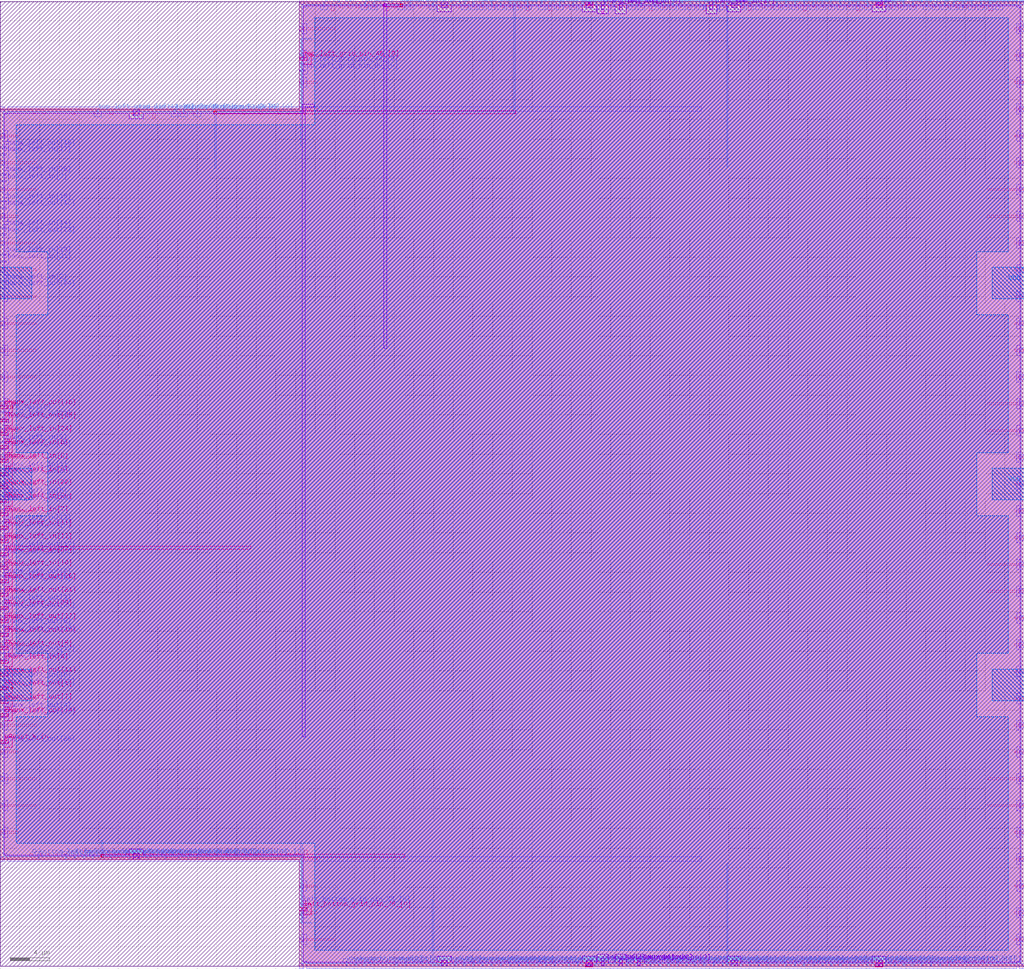
<source format=lef>
VERSION 5.7 ;
BUSBITCHARS "[]" ;

UNITS
  DATABASE MICRONS 1000 ;
END UNITS

MANUFACTURINGGRID 0.005 ;

LAYER li1
  TYPE ROUTING ;
  DIRECTION VERTICAL ;
  PITCH 0.46 ;
  WIDTH 0.17 ;
END li1

LAYER mcon
  TYPE CUT ;
END mcon

LAYER met1
  TYPE ROUTING ;
  DIRECTION HORIZONTAL ;
  PITCH 0.34 ;
  WIDTH 0.14 ;
END met1

LAYER via
  TYPE CUT ;
END via

LAYER met2
  TYPE ROUTING ;
  DIRECTION VERTICAL ;
  PITCH 0.46 ;
  WIDTH 0.14 ;
END met2

LAYER via2
  TYPE CUT ;
END via2

LAYER met3
  TYPE ROUTING ;
  DIRECTION HORIZONTAL ;
  PITCH 0.68 ;
  WIDTH 0.3 ;
END met3

LAYER via3
  TYPE CUT ;
END via3

LAYER met4
  TYPE ROUTING ;
  DIRECTION VERTICAL ;
  PITCH 0.92 ;
  WIDTH 0.3 ;
END met4

LAYER via4
  TYPE CUT ;
END via4

LAYER met5
  TYPE ROUTING ;
  DIRECTION HORIZONTAL ;
  PITCH 3.4 ;
  WIDTH 1.6 ;
END met5

LAYER nwell
  TYPE MASTERSLICE ;
END nwell

LAYER pwell
  TYPE MASTERSLICE ;
END pwell

LAYER OVERLAP
  TYPE OVERLAP ;
END OVERLAP

VIA L1M1_PR
  LAYER li1 ;
    RECT -0.085 -0.085 0.085 0.085 ;
  LAYER mcon ;
    RECT -0.085 -0.085 0.085 0.085 ;
  LAYER met1 ;
    RECT -0.145 -0.115 0.145 0.115 ;
END L1M1_PR

VIA L1M1_PR_R
  LAYER li1 ;
    RECT -0.085 -0.085 0.085 0.085 ;
  LAYER mcon ;
    RECT -0.085 -0.085 0.085 0.085 ;
  LAYER met1 ;
    RECT -0.115 -0.145 0.115 0.145 ;
END L1M1_PR_R

VIA L1M1_PR_M
  LAYER li1 ;
    RECT -0.085 -0.085 0.085 0.085 ;
  LAYER mcon ;
    RECT -0.085 -0.085 0.085 0.085 ;
  LAYER met1 ;
    RECT -0.115 -0.145 0.115 0.145 ;
END L1M1_PR_M

VIA L1M1_PR_MR
  LAYER li1 ;
    RECT -0.085 -0.085 0.085 0.085 ;
  LAYER mcon ;
    RECT -0.085 -0.085 0.085 0.085 ;
  LAYER met1 ;
    RECT -0.145 -0.115 0.145 0.115 ;
END L1M1_PR_MR

VIA L1M1_PR_C
  LAYER li1 ;
    RECT -0.085 -0.085 0.085 0.085 ;
  LAYER mcon ;
    RECT -0.085 -0.085 0.085 0.085 ;
  LAYER met1 ;
    RECT -0.145 -0.145 0.145 0.145 ;
END L1M1_PR_C

VIA M1M2_PR
  LAYER met1 ;
    RECT -0.16 -0.13 0.16 0.13 ;
  LAYER via ;
    RECT -0.075 -0.075 0.075 0.075 ;
  LAYER met2 ;
    RECT -0.13 -0.16 0.13 0.16 ;
END M1M2_PR

VIA M1M2_PR_Enc
  LAYER met1 ;
    RECT -0.16 -0.13 0.16 0.13 ;
  LAYER via ;
    RECT -0.075 -0.075 0.075 0.075 ;
  LAYER met2 ;
    RECT -0.16 -0.13 0.16 0.13 ;
END M1M2_PR_Enc

VIA M1M2_PR_R
  LAYER met1 ;
    RECT -0.13 -0.16 0.13 0.16 ;
  LAYER via ;
    RECT -0.075 -0.075 0.075 0.075 ;
  LAYER met2 ;
    RECT -0.16 -0.13 0.16 0.13 ;
END M1M2_PR_R

VIA M1M2_PR_R_Enc
  LAYER met1 ;
    RECT -0.13 -0.16 0.13 0.16 ;
  LAYER via ;
    RECT -0.075 -0.075 0.075 0.075 ;
  LAYER met2 ;
    RECT -0.13 -0.16 0.13 0.16 ;
END M1M2_PR_R_Enc

VIA M1M2_PR_M
  LAYER met1 ;
    RECT -0.16 -0.13 0.16 0.13 ;
  LAYER via ;
    RECT -0.075 -0.075 0.075 0.075 ;
  LAYER met2 ;
    RECT -0.16 -0.13 0.16 0.13 ;
END M1M2_PR_M

VIA M1M2_PR_M_Enc
  LAYER met1 ;
    RECT -0.16 -0.13 0.16 0.13 ;
  LAYER via ;
    RECT -0.075 -0.075 0.075 0.075 ;
  LAYER met2 ;
    RECT -0.13 -0.16 0.13 0.16 ;
END M1M2_PR_M_Enc

VIA M1M2_PR_MR
  LAYER met1 ;
    RECT -0.13 -0.16 0.13 0.16 ;
  LAYER via ;
    RECT -0.075 -0.075 0.075 0.075 ;
  LAYER met2 ;
    RECT -0.13 -0.16 0.13 0.16 ;
END M1M2_PR_MR

VIA M1M2_PR_MR_Enc
  LAYER met1 ;
    RECT -0.13 -0.16 0.13 0.16 ;
  LAYER via ;
    RECT -0.075 -0.075 0.075 0.075 ;
  LAYER met2 ;
    RECT -0.16 -0.13 0.16 0.13 ;
END M1M2_PR_MR_Enc

VIA M1M2_PR_C
  LAYER met1 ;
    RECT -0.16 -0.16 0.16 0.16 ;
  LAYER via ;
    RECT -0.075 -0.075 0.075 0.075 ;
  LAYER met2 ;
    RECT -0.16 -0.16 0.16 0.16 ;
END M1M2_PR_C

VIA M2M3_PR
  LAYER met2 ;
    RECT -0.14 -0.185 0.14 0.185 ;
  LAYER via2 ;
    RECT -0.1 -0.1 0.1 0.1 ;
  LAYER met3 ;
    RECT -0.165 -0.165 0.165 0.165 ;
END M2M3_PR

VIA M2M3_PR_R
  LAYER met2 ;
    RECT -0.185 -0.14 0.185 0.14 ;
  LAYER via2 ;
    RECT -0.1 -0.1 0.1 0.1 ;
  LAYER met3 ;
    RECT -0.165 -0.165 0.165 0.165 ;
END M2M3_PR_R

VIA M2M3_PR_M
  LAYER met2 ;
    RECT -0.14 -0.185 0.14 0.185 ;
  LAYER via2 ;
    RECT -0.1 -0.1 0.1 0.1 ;
  LAYER met3 ;
    RECT -0.165 -0.165 0.165 0.165 ;
END M2M3_PR_M

VIA M2M3_PR_MR
  LAYER met2 ;
    RECT -0.185 -0.14 0.185 0.14 ;
  LAYER via2 ;
    RECT -0.1 -0.1 0.1 0.1 ;
  LAYER met3 ;
    RECT -0.165 -0.165 0.165 0.165 ;
END M2M3_PR_MR

VIA M2M3_PR_C
  LAYER met2 ;
    RECT -0.185 -0.185 0.185 0.185 ;
  LAYER via2 ;
    RECT -0.1 -0.1 0.1 0.1 ;
  LAYER met3 ;
    RECT -0.165 -0.165 0.165 0.165 ;
END M2M3_PR_C

VIA M3M4_PR
  LAYER met3 ;
    RECT -0.19 -0.16 0.19 0.16 ;
  LAYER via3 ;
    RECT -0.1 -0.1 0.1 0.1 ;
  LAYER met4 ;
    RECT -0.165 -0.165 0.165 0.165 ;
END M3M4_PR

VIA M3M4_PR_R
  LAYER met3 ;
    RECT -0.16 -0.19 0.16 0.19 ;
  LAYER via3 ;
    RECT -0.1 -0.1 0.1 0.1 ;
  LAYER met4 ;
    RECT -0.165 -0.165 0.165 0.165 ;
END M3M4_PR_R

VIA M3M4_PR_M
  LAYER met3 ;
    RECT -0.19 -0.16 0.19 0.16 ;
  LAYER via3 ;
    RECT -0.1 -0.1 0.1 0.1 ;
  LAYER met4 ;
    RECT -0.165 -0.165 0.165 0.165 ;
END M3M4_PR_M

VIA M3M4_PR_MR
  LAYER met3 ;
    RECT -0.16 -0.19 0.16 0.19 ;
  LAYER via3 ;
    RECT -0.1 -0.1 0.1 0.1 ;
  LAYER met4 ;
    RECT -0.165 -0.165 0.165 0.165 ;
END M3M4_PR_MR

VIA M3M4_PR_C
  LAYER met3 ;
    RECT -0.19 -0.19 0.19 0.19 ;
  LAYER via3 ;
    RECT -0.1 -0.1 0.1 0.1 ;
  LAYER met4 ;
    RECT -0.165 -0.165 0.165 0.165 ;
END M3M4_PR_C

VIA M4M5_PR
  LAYER met4 ;
    RECT -0.59 -0.59 0.59 0.59 ;
  LAYER via4 ;
    RECT -0.4 -0.4 0.4 0.4 ;
  LAYER met5 ;
    RECT -0.71 -0.71 0.71 0.71 ;
END M4M5_PR

VIA M4M5_PR_R
  LAYER met4 ;
    RECT -0.59 -0.59 0.59 0.59 ;
  LAYER via4 ;
    RECT -0.4 -0.4 0.4 0.4 ;
  LAYER met5 ;
    RECT -0.71 -0.71 0.71 0.71 ;
END M4M5_PR_R

VIA M4M5_PR_M
  LAYER met4 ;
    RECT -0.59 -0.59 0.59 0.59 ;
  LAYER via4 ;
    RECT -0.4 -0.4 0.4 0.4 ;
  LAYER met5 ;
    RECT -0.71 -0.71 0.71 0.71 ;
END M4M5_PR_M

VIA M4M5_PR_MR
  LAYER met4 ;
    RECT -0.59 -0.59 0.59 0.59 ;
  LAYER via4 ;
    RECT -0.4 -0.4 0.4 0.4 ;
  LAYER met5 ;
    RECT -0.71 -0.71 0.71 0.71 ;
END M4M5_PR_MR

VIA M4M5_PR_C
  LAYER met4 ;
    RECT -0.59 -0.59 0.59 0.59 ;
  LAYER via4 ;
    RECT -0.4 -0.4 0.4 0.4 ;
  LAYER met5 ;
    RECT -0.71 -0.71 0.71 0.71 ;
END M4M5_PR_C

SITE unit
  CLASS CORE ;
  SYMMETRY Y ;
  SIZE 0.46 BY 2.72 ;
END unit

SITE unithddbl
  CLASS CORE ;
  SIZE 0.46 BY 5.44 ;
END unithddbl

MACRO sb_2__1_
  CLASS BLOCK ;
  ORIGIN 0 0 ;
  SIZE 103.96 BY 97.92 ;
  SYMMETRY X Y ;
  PIN pReset[0]
    DIRECTION INPUT ;
    USE SIGNAL ;
    PORT
      LAYER met2 ;
        RECT 47.08 97.435 47.22 97.92 ;
    END
  END pReset[0]
  PIN chany_top_in[0]
    DIRECTION INPUT ;
    USE SIGNAL ;
    PORT
      LAYER met2 ;
        RECT 94.92 97.435 95.06 97.92 ;
    END
  END chany_top_in[0]
  PIN chany_top_in[1]
    DIRECTION INPUT ;
    USE SIGNAL ;
    PORT
      LAYER met4 ;
        RECT 61.03 97.12 61.33 97.92 ;
    END
  END chany_top_in[1]
  PIN chany_top_in[2]
    DIRECTION INPUT ;
    USE SIGNAL ;
    PORT
      LAYER met2 ;
        RECT 40.64 97.435 40.78 97.92 ;
    END
  END chany_top_in[2]
  PIN chany_top_in[3]
    DIRECTION INPUT ;
    USE SIGNAL ;
    PORT
      LAYER met2 ;
        RECT 95.84 97.435 95.98 97.92 ;
    END
  END chany_top_in[3]
  PIN chany_top_in[4]
    DIRECTION INPUT ;
    USE SIGNAL ;
    PORT
      LAYER met2 ;
        RECT 48.92 97.435 49.06 97.92 ;
    END
  END chany_top_in[4]
  PIN chany_top_in[5]
    DIRECTION INPUT ;
    USE SIGNAL ;
    PORT
      LAYER met4 ;
        RECT 62.87 97.12 63.17 97.92 ;
    END
  END chany_top_in[5]
  PIN chany_top_in[6]
    DIRECTION INPUT ;
    USE SIGNAL ;
    PORT
      LAYER met2 ;
        RECT 98.6 97.435 98.74 97.92 ;
    END
  END chany_top_in[6]
  PIN chany_top_in[7]
    DIRECTION INPUT ;
    USE SIGNAL ;
    PORT
      LAYER met2 ;
        RECT 64.1 97.435 64.24 97.92 ;
    END
  END chany_top_in[7]
  PIN chany_top_in[8]
    DIRECTION INPUT ;
    USE SIGNAL ;
    PORT
      LAYER met2 ;
        RECT 69.16 97.435 69.3 97.92 ;
    END
  END chany_top_in[8]
  PIN chany_top_in[9]
    DIRECTION INPUT ;
    USE SIGNAL ;
    PORT
      LAYER met2 ;
        RECT 92.62 97.435 92.76 97.92 ;
    END
  END chany_top_in[9]
  PIN chany_top_in[10]
    DIRECTION INPUT ;
    USE SIGNAL ;
    PORT
      LAYER met2 ;
        RECT 49.84 97.435 49.98 97.92 ;
    END
  END chany_top_in[10]
  PIN chany_top_in[11]
    DIRECTION INPUT ;
    USE SIGNAL ;
    PORT
      LAYER met2 ;
        RECT 63.18 97.435 63.32 97.92 ;
    END
  END chany_top_in[11]
  PIN chany_top_in[12]
    DIRECTION INPUT ;
    USE SIGNAL ;
    PORT
      LAYER met2 ;
        RECT 78.82 97.435 78.96 97.92 ;
    END
  END chany_top_in[12]
  PIN chany_top_in[13]
    DIRECTION INPUT ;
    USE SIGNAL ;
    PORT
      LAYER met2 ;
        RECT 83.42 97.435 83.56 97.92 ;
    END
  END chany_top_in[13]
  PIN chany_top_in[14]
    DIRECTION INPUT ;
    USE SIGNAL ;
    PORT
      LAYER met2 ;
        RECT 68.24 97.435 68.38 97.92 ;
    END
  END chany_top_in[14]
  PIN chany_top_in[15]
    DIRECTION INPUT ;
    USE SIGNAL ;
    PORT
      LAYER met2 ;
        RECT 77.9 97.435 78.04 97.92 ;
    END
  END chany_top_in[15]
  PIN chany_top_in[16]
    DIRECTION INPUT ;
    USE SIGNAL ;
    PORT
      LAYER met2 ;
        RECT 80.66 97.435 80.8 97.92 ;
    END
  END chany_top_in[16]
  PIN chany_top_in[17]
    DIRECTION INPUT ;
    USE SIGNAL ;
    PORT
      LAYER met2 ;
        RECT 99.52 97.435 99.66 97.92 ;
    END
  END chany_top_in[17]
  PIN chany_top_in[18]
    DIRECTION INPUT ;
    USE SIGNAL ;
    PORT
      LAYER met2 ;
        RECT 85.26 97.435 85.4 97.92 ;
    END
  END chany_top_in[18]
  PIN chany_top_in[19]
    DIRECTION INPUT ;
    USE SIGNAL ;
    PORT
      LAYER met2 ;
        RECT 66.4 97.435 66.54 97.92 ;
    END
  END chany_top_in[19]
  PIN chany_top_in[20]
    DIRECTION INPUT ;
    USE SIGNAL ;
    PORT
      LAYER met2 ;
        RECT 48 97.435 48.14 97.92 ;
    END
  END chany_top_in[20]
  PIN chany_top_in[21]
    DIRECTION INPUT ;
    USE SIGNAL ;
    PORT
      LAYER met2 ;
        RECT 56.74 97.435 56.88 97.92 ;
    END
  END chany_top_in[21]
  PIN chany_top_in[22]
    DIRECTION INPUT ;
    USE SIGNAL ;
    PORT
      LAYER met2 ;
        RECT 37.88 97.435 38.02 97.92 ;
    END
  END chany_top_in[22]
  PIN chany_top_in[23]
    DIRECTION INPUT ;
    USE SIGNAL ;
    PORT
      LAYER met2 ;
        RECT 41.56 97.435 41.7 97.92 ;
    END
  END chany_top_in[23]
  PIN chany_top_in[24]
    DIRECTION INPUT ;
    USE SIGNAL ;
    PORT
      LAYER met2 ;
        RECT 97.68 97.435 97.82 97.92 ;
    END
  END chany_top_in[24]
  PIN chany_top_in[25]
    DIRECTION INPUT ;
    USE SIGNAL ;
    PORT
      LAYER met2 ;
        RECT 81.58 97.435 81.72 97.92 ;
    END
  END chany_top_in[25]
  PIN chany_top_in[26]
    DIRECTION INPUT ;
    USE SIGNAL ;
    PORT
      LAYER met2 ;
        RECT 101.36 97.435 101.5 97.92 ;
    END
  END chany_top_in[26]
  PIN chany_top_in[27]
    DIRECTION INPUT ;
    USE SIGNAL ;
    PORT
      LAYER met4 ;
        RECT 72.07 97.12 72.37 97.92 ;
    END
  END chany_top_in[27]
  PIN chany_top_in[28]
    DIRECTION INPUT ;
    USE SIGNAL ;
    PORT
      LAYER met2 ;
        RECT 91.7 97.435 91.84 97.92 ;
    END
  END chany_top_in[28]
  PIN chany_top_in[29]
    DIRECTION INPUT ;
    USE SIGNAL ;
    PORT
      LAYER met2 ;
        RECT 100.44 97.435 100.58 97.92 ;
    END
  END chany_top_in[29]
  PIN top_left_grid_pin_44_[0]
    DIRECTION INPUT ;
    USE SIGNAL ;
    PORT
      LAYER met1 ;
        RECT 30.36 91.56 30.955 91.7 ;
    END
  END top_left_grid_pin_44_[0]
  PIN top_left_grid_pin_45_[0]
    DIRECTION INPUT ;
    USE SIGNAL ;
    PORT
      LAYER met2 ;
        RECT 13.96 86.555 14.1 87.04 ;
    END
  END top_left_grid_pin_45_[0]
  PIN top_left_grid_pin_46_[0]
    DIRECTION INPUT ;
    USE SIGNAL ;
    PORT
      LAYER met3 ;
        RECT 30.36 91.99 31.16 92.29 ;
    END
  END top_left_grid_pin_46_[0]
  PIN top_left_grid_pin_47_[0]
    DIRECTION INPUT ;
    USE SIGNAL ;
    PORT
      LAYER met2 ;
        RECT 9.82 86.555 9.96 87.04 ;
    END
  END top_left_grid_pin_47_[0]
  PIN top_left_grid_pin_48_[0]
    DIRECTION INPUT ;
    USE SIGNAL ;
    PORT
      LAYER met2 ;
        RECT 19.94 86.555 20.08 87.04 ;
    END
  END top_left_grid_pin_48_[0]
  PIN top_left_grid_pin_49_[0]
    DIRECTION INPUT ;
    USE SIGNAL ;
    PORT
      LAYER met2 ;
        RECT 18.56 86.555 18.7 87.04 ;
    END
  END top_left_grid_pin_49_[0]
  PIN top_left_grid_pin_50_[0]
    DIRECTION INPUT ;
    USE SIGNAL ;
    PORT
      LAYER met1 ;
        RECT 30.36 90.88 30.955 91.02 ;
    END
  END top_left_grid_pin_50_[0]
  PIN top_left_grid_pin_51_[0]
    DIRECTION INPUT ;
    USE SIGNAL ;
    PORT
      LAYER met2 ;
        RECT 17.64 86.555 17.78 87.04 ;
    END
  END top_left_grid_pin_51_[0]
  PIN top_right_grid_pin_1_[0]
    DIRECTION INPUT ;
    USE SIGNAL ;
    PORT
      LAYER met2 ;
        RECT 90.78 97.435 90.92 97.92 ;
    END
  END top_right_grid_pin_1_[0]
  PIN chany_bottom_in[0]
    DIRECTION INPUT ;
    USE SIGNAL ;
    PORT
      LAYER met4 ;
        RECT 62.87 0 63.17 0.8 ;
    END
  END chany_bottom_in[0]
  PIN chany_bottom_in[1]
    DIRECTION INPUT ;
    USE SIGNAL ;
    PORT
      LAYER met4 ;
        RECT 61.03 0 61.33 0.8 ;
    END
  END chany_bottom_in[1]
  PIN chany_bottom_in[2]
    DIRECTION INPUT ;
    USE SIGNAL ;
    PORT
      LAYER met4 ;
        RECT 64.71 0 65.01 0.8 ;
    END
  END chany_bottom_in[2]
  PIN chany_bottom_in[3]
    DIRECTION INPUT ;
    USE SIGNAL ;
    PORT
      LAYER met2 ;
        RECT 45.24 0 45.38 0.485 ;
    END
  END chany_bottom_in[3]
  PIN chany_bottom_in[4]
    DIRECTION INPUT ;
    USE SIGNAL ;
    PORT
      LAYER met2 ;
        RECT 69.62 0 69.76 0.485 ;
    END
  END chany_bottom_in[4]
  PIN chany_bottom_in[5]
    DIRECTION INPUT ;
    USE SIGNAL ;
    PORT
      LAYER met2 ;
        RECT 96.3 0 96.44 0.485 ;
    END
  END chany_bottom_in[5]
  PIN chany_bottom_in[6]
    DIRECTION INPUT ;
    USE SIGNAL ;
    PORT
      LAYER met2 ;
        RECT 48.92 0 49.06 0.485 ;
    END
  END chany_bottom_in[6]
  PIN chany_bottom_in[7]
    DIRECTION INPUT ;
    USE SIGNAL ;
    PORT
      LAYER met2 ;
        RECT 88.02 0 88.16 0.485 ;
    END
  END chany_bottom_in[7]
  PIN chany_bottom_in[8]
    DIRECTION INPUT ;
    USE SIGNAL ;
    PORT
      LAYER met2 ;
        RECT 71.46 0 71.6 0.485 ;
    END
  END chany_bottom_in[8]
  PIN chany_bottom_in[9]
    DIRECTION INPUT ;
    USE SIGNAL ;
    PORT
      LAYER met2 ;
        RECT 72.38 0 72.52 0.485 ;
    END
  END chany_bottom_in[9]
  PIN chany_bottom_in[10]
    DIRECTION INPUT ;
    USE SIGNAL ;
    PORT
      LAYER met2 ;
        RECT 57.66 0 57.8 0.485 ;
    END
  END chany_bottom_in[10]
  PIN chany_bottom_in[11]
    DIRECTION INPUT ;
    USE SIGNAL ;
    PORT
      LAYER met2 ;
        RECT 46.16 0 46.3 0.485 ;
    END
  END chany_bottom_in[11]
  PIN chany_bottom_in[12]
    DIRECTION INPUT ;
    USE SIGNAL ;
    PORT
      LAYER met2 ;
        RECT 56.28 0 56.42 0.485 ;
    END
  END chany_bottom_in[12]
  PIN chany_bottom_in[13]
    DIRECTION INPUT ;
    USE SIGNAL ;
    PORT
      LAYER met2 ;
        RECT 77.9 0 78.04 0.485 ;
    END
  END chany_bottom_in[13]
  PIN chany_bottom_in[14]
    DIRECTION INPUT ;
    USE SIGNAL ;
    PORT
      LAYER met2 ;
        RECT 58.58 0 58.72 0.485 ;
    END
  END chany_bottom_in[14]
  PIN chany_bottom_in[15]
    DIRECTION INPUT ;
    USE SIGNAL ;
    PORT
      LAYER met2 ;
        RECT 92.62 0 92.76 0.485 ;
    END
  END chany_bottom_in[15]
  PIN chany_bottom_in[16]
    DIRECTION INPUT ;
    USE SIGNAL ;
    PORT
      LAYER met2 ;
        RECT 91.7 0 91.84 0.485 ;
    END
  END chany_bottom_in[16]
  PIN chany_bottom_in[17]
    DIRECTION INPUT ;
    USE SIGNAL ;
    PORT
      LAYER met2 ;
        RECT 95.38 0 95.52 0.485 ;
    END
  END chany_bottom_in[17]
  PIN chany_bottom_in[18]
    DIRECTION INPUT ;
    USE SIGNAL ;
    PORT
      LAYER met2 ;
        RECT 60.42 0 60.56 0.485 ;
    END
  END chany_bottom_in[18]
  PIN chany_bottom_in[19]
    DIRECTION INPUT ;
    USE SIGNAL ;
    PORT
      LAYER met2 ;
        RECT 47.08 0 47.22 0.485 ;
    END
  END chany_bottom_in[19]
  PIN chany_bottom_in[20]
    DIRECTION INPUT ;
    USE SIGNAL ;
    PORT
      LAYER met2 ;
        RECT 73.3 0 73.44 0.485 ;
    END
  END chany_bottom_in[20]
  PIN chany_bottom_in[21]
    DIRECTION INPUT ;
    USE SIGNAL ;
    PORT
      LAYER met2 ;
        RECT 81.58 0 81.72 0.485 ;
    END
  END chany_bottom_in[21]
  PIN chany_bottom_in[22]
    DIRECTION INPUT ;
    USE SIGNAL ;
    PORT
      LAYER met2 ;
        RECT 86.18 0 86.32 0.485 ;
    END
  END chany_bottom_in[22]
  PIN chany_bottom_in[23]
    DIRECTION INPUT ;
    USE SIGNAL ;
    PORT
      LAYER met2 ;
        RECT 70.54 0 70.68 0.485 ;
    END
  END chany_bottom_in[23]
  PIN chany_bottom_in[24]
    DIRECTION INPUT ;
    USE SIGNAL ;
    PORT
      LAYER met2 ;
        RECT 62.72 0 62.86 0.485 ;
    END
  END chany_bottom_in[24]
  PIN chany_bottom_in[25]
    DIRECTION INPUT ;
    USE SIGNAL ;
    PORT
      LAYER met2 ;
        RECT 93.54 0 93.68 0.485 ;
    END
  END chany_bottom_in[25]
  PIN chany_bottom_in[26]
    DIRECTION INPUT ;
    USE SIGNAL ;
    PORT
      LAYER met2 ;
        RECT 61.34 0 61.48 0.485 ;
    END
  END chany_bottom_in[26]
  PIN chany_bottom_in[27]
    DIRECTION INPUT ;
    USE SIGNAL ;
    PORT
      LAYER met2 ;
        RECT 55.36 0 55.5 0.485 ;
    END
  END chany_bottom_in[27]
  PIN chany_bottom_in[28]
    DIRECTION INPUT ;
    USE SIGNAL ;
    PORT
      LAYER met2 ;
        RECT 90.78 0 90.92 0.485 ;
    END
  END chany_bottom_in[28]
  PIN chany_bottom_in[29]
    DIRECTION INPUT ;
    USE SIGNAL ;
    PORT
      LAYER met2 ;
        RECT 87.1 0 87.24 0.485 ;
    END
  END chany_bottom_in[29]
  PIN bottom_right_grid_pin_1_[0]
    DIRECTION INPUT ;
    USE SIGNAL ;
    PORT
      LAYER met2 ;
        RECT 68.7 0 68.84 0.485 ;
    END
  END bottom_right_grid_pin_1_[0]
  PIN bottom_left_grid_pin_44_[0]
    DIRECTION INPUT ;
    USE SIGNAL ;
    PORT
      LAYER met2 ;
        RECT 8.44 10.88 8.58 11.365 ;
    END
  END bottom_left_grid_pin_44_[0]
  PIN bottom_left_grid_pin_45_[0]
    DIRECTION INPUT ;
    USE SIGNAL ;
    PORT
      LAYER met2 ;
        RECT 11.2 10.88 11.34 11.365 ;
    END
  END bottom_left_grid_pin_45_[0]
  PIN bottom_left_grid_pin_46_[0]
    DIRECTION INPUT ;
    USE SIGNAL ;
    PORT
      LAYER met2 ;
        RECT 3.84 10.88 3.98 11.365 ;
    END
  END bottom_left_grid_pin_46_[0]
  PIN bottom_left_grid_pin_47_[0]
    DIRECTION INPUT ;
    USE SIGNAL ;
    PORT
      LAYER met2 ;
        RECT 19.94 10.88 20.08 11.365 ;
    END
  END bottom_left_grid_pin_47_[0]
  PIN bottom_left_grid_pin_48_[0]
    DIRECTION INPUT ;
    USE SIGNAL ;
    PORT
      LAYER met2 ;
        RECT 19.02 10.88 19.16 11.365 ;
    END
  END bottom_left_grid_pin_48_[0]
  PIN bottom_left_grid_pin_49_[0]
    DIRECTION INPUT ;
    USE SIGNAL ;
    PORT
      LAYER met2 ;
        RECT 18.1 10.88 18.24 11.365 ;
    END
  END bottom_left_grid_pin_49_[0]
  PIN bottom_left_grid_pin_50_[0]
    DIRECTION INPUT ;
    USE SIGNAL ;
    PORT
      LAYER met2 ;
        RECT 16.72 10.88 16.86 11.365 ;
    END
  END bottom_left_grid_pin_50_[0]
  PIN bottom_left_grid_pin_51_[0]
    DIRECTION INPUT ;
    USE SIGNAL ;
    PORT
      LAYER met2 ;
        RECT 15.8 10.88 15.94 11.365 ;
    END
  END bottom_left_grid_pin_51_[0]
  PIN chanx_left_in[0]
    DIRECTION INPUT ;
    USE SIGNAL ;
    PORT
      LAYER met3 ;
        RECT 0 49.83 0.8 50.13 ;
    END
  END chanx_left_in[0]
  PIN chanx_left_in[1]
    DIRECTION INPUT ;
    USE SIGNAL ;
    PORT
      LAYER met1 ;
        RECT 0 50.42 0.595 50.56 ;
    END
  END chanx_left_in[1]
  PIN chanx_left_in[2]
    DIRECTION INPUT ;
    USE SIGNAL ;
    PORT
      LAYER met1 ;
        RECT 0 69.46 0.595 69.6 ;
    END
  END chanx_left_in[2]
  PIN chanx_left_in[3]
    DIRECTION INPUT ;
    USE SIGNAL ;
    PORT
      LAYER met1 ;
        RECT 0 79.66 0.595 79.8 ;
    END
  END chanx_left_in[3]
  PIN chanx_left_in[4]
    DIRECTION INPUT ;
    USE SIGNAL ;
    PORT
      LAYER met3 ;
        RECT 0 30.79 0.8 31.09 ;
    END
  END chanx_left_in[4]
  PIN chanx_left_in[5]
    DIRECTION INPUT ;
    USE SIGNAL ;
    PORT
      LAYER met1 ;
        RECT 0 47.7 0.595 47.84 ;
    END
  END chanx_left_in[5]
  PIN chanx_left_in[6]
    DIRECTION INPUT ;
    USE SIGNAL ;
    PORT
      LAYER met3 ;
        RECT 0 52.55 0.8 52.85 ;
    END
  END chanx_left_in[6]
  PIN chanx_left_in[7]
    DIRECTION INPUT ;
    USE SIGNAL ;
    PORT
      LAYER met3 ;
        RECT 0 45.75 0.8 46.05 ;
    END
  END chanx_left_in[7]
  PIN chanx_left_in[8]
    DIRECTION INPUT ;
    USE SIGNAL ;
    PORT
      LAYER met3 ;
        RECT 0 51.19 0.8 51.49 ;
    END
  END chanx_left_in[8]
  PIN chanx_left_in[9]
    DIRECTION INPUT ;
    USE SIGNAL ;
    PORT
      LAYER met1 ;
        RECT 0 53.14 0.595 53.28 ;
    END
  END chanx_left_in[9]
  PIN chanx_left_in[10]
    DIRECTION INPUT ;
    USE SIGNAL ;
    PORT
      LAYER met3 ;
        RECT 0 40.31 0.8 40.61 ;
    END
  END chanx_left_in[10]
  PIN chanx_left_in[11]
    DIRECTION INPUT ;
    USE SIGNAL ;
    PORT
      LAYER met3 ;
        RECT 0 44.39 0.8 44.69 ;
    END
  END chanx_left_in[11]
  PIN chanx_left_in[12]
    DIRECTION INPUT ;
    USE SIGNAL ;
    PORT
      LAYER met3 ;
        RECT 0 43.03 0.8 43.33 ;
    END
  END chanx_left_in[12]
  PIN chanx_left_in[13]
    DIRECTION INPUT ;
    USE SIGNAL ;
    PORT
      LAYER met1 ;
        RECT 0 44.98 0.595 45.12 ;
    END
  END chanx_left_in[13]
  PIN chanx_left_in[14]
    DIRECTION INPUT ;
    USE SIGNAL ;
    PORT
      LAYER met1 ;
        RECT 0 74.9 0.595 75.04 ;
    END
  END chanx_left_in[14]
  PIN chanx_left_in[15]
    DIRECTION INPUT ;
    USE SIGNAL ;
    PORT
      LAYER met1 ;
        RECT 0 29 0.595 29.14 ;
    END
  END chanx_left_in[15]
  PIN chanx_left_in[16]
    DIRECTION INPUT ;
    USE SIGNAL ;
    PORT
      LAYER met1 ;
        RECT 0 77.62 0.595 77.76 ;
    END
  END chanx_left_in[16]
  PIN chanx_left_in[17]
    DIRECTION INPUT ;
    USE SIGNAL ;
    PORT
      LAYER met1 ;
        RECT 0 82.38 0.595 82.52 ;
    END
  END chanx_left_in[17]
  PIN chanx_left_in[18]
    DIRECTION INPUT ;
    USE SIGNAL ;
    PORT
      LAYER met1 ;
        RECT 0 52.46 0.595 52.6 ;
    END
  END chanx_left_in[18]
  PIN chanx_left_in[19]
    DIRECTION INPUT ;
    USE SIGNAL ;
    PORT
      LAYER met1 ;
        RECT 0 72.18 0.595 72.32 ;
    END
  END chanx_left_in[19]
  PIN chanx_left_in[20]
    DIRECTION INPUT ;
    USE SIGNAL ;
    PORT
      LAYER met3 ;
        RECT 0 47.11 0.8 47.41 ;
    END
  END chanx_left_in[20]
  PIN chanx_left_in[21]
    DIRECTION INPUT ;
    USE SIGNAL ;
    PORT
      LAYER met1 ;
        RECT 0 71.5 0.595 71.64 ;
    END
  END chanx_left_in[21]
  PIN chanx_left_in[22]
    DIRECTION INPUT ;
    USE SIGNAL ;
    PORT
      LAYER met3 ;
        RECT 0 48.47 0.8 48.77 ;
    END
  END chanx_left_in[22]
  PIN chanx_left_in[23]
    DIRECTION INPUT ;
    USE SIGNAL ;
    PORT
      LAYER met1 ;
        RECT 0 55.52 0.595 55.66 ;
    END
  END chanx_left_in[23]
  PIN chanx_left_in[24]
    DIRECTION INPUT ;
    USE SIGNAL ;
    PORT
      LAYER met3 ;
        RECT 0 53.91 0.8 54.21 ;
    END
  END chanx_left_in[24]
  PIN chanx_left_in[25]
    DIRECTION INPUT ;
    USE SIGNAL ;
    PORT
      LAYER met1 ;
        RECT 0 47.02 0.595 47.16 ;
    END
  END chanx_left_in[25]
  PIN chanx_left_in[26]
    DIRECTION INPUT ;
    USE SIGNAL ;
    PORT
      LAYER met1 ;
        RECT 0 49.74 0.595 49.88 ;
    END
  END chanx_left_in[26]
  PIN chanx_left_in[27]
    DIRECTION INPUT ;
    USE SIGNAL ;
    PORT
      LAYER met3 ;
        RECT 0 41.67 0.8 41.97 ;
    END
  END chanx_left_in[27]
  PIN chanx_left_in[28]
    DIRECTION INPUT ;
    USE SIGNAL ;
    PORT
      LAYER met1 ;
        RECT 0 80.34 0.595 80.48 ;
    END
  END chanx_left_in[28]
  PIN chanx_left_in[29]
    DIRECTION INPUT ;
    USE SIGNAL ;
    PORT
      LAYER met3 ;
        RECT 0 36.23 0.8 36.53 ;
    END
  END chanx_left_in[29]
  PIN left_bottom_grid_pin_36_[0]
    DIRECTION INPUT ;
    USE SIGNAL ;
    PORT
      LAYER met3 ;
        RECT 30.36 5.63 31.16 5.93 ;
    END
  END left_bottom_grid_pin_36_[0]
  PIN left_bottom_grid_pin_37_[0]
    DIRECTION INPUT ;
    USE SIGNAL ;
    PORT
      LAYER met2 ;
        RECT 6.6 10.88 6.74 11.365 ;
    END
  END left_bottom_grid_pin_37_[0]
  PIN left_bottom_grid_pin_38_[0]
    DIRECTION INPUT ;
    USE SIGNAL ;
    PORT
      LAYER met1 ;
        RECT 30.36 6.22 30.955 6.36 ;
    END
  END left_bottom_grid_pin_38_[0]
  PIN left_bottom_grid_pin_39_[0]
    DIRECTION INPUT ;
    USE SIGNAL ;
    PORT
      LAYER met2 ;
        RECT 9.36 10.88 9.5 11.365 ;
    END
  END left_bottom_grid_pin_39_[0]
  PIN left_bottom_grid_pin_40_[0]
    DIRECTION INPUT ;
    USE SIGNAL ;
    PORT
      LAYER met2 ;
        RECT 13.04 10.88 13.18 11.365 ;
    END
  END left_bottom_grid_pin_40_[0]
  PIN left_bottom_grid_pin_41_[0]
    DIRECTION INPUT ;
    USE SIGNAL ;
    PORT
      LAYER met2 ;
        RECT 13.96 10.88 14.1 11.365 ;
    END
  END left_bottom_grid_pin_41_[0]
  PIN left_bottom_grid_pin_42_[0]
    DIRECTION INPUT ;
    USE SIGNAL ;
    PORT
      LAYER met2 ;
        RECT 7.52 10.88 7.66 11.365 ;
    END
  END left_bottom_grid_pin_42_[0]
  PIN left_bottom_grid_pin_43_[0]
    DIRECTION INPUT ;
    USE SIGNAL ;
    PORT
      LAYER met2 ;
        RECT 14.88 10.88 15.02 11.365 ;
    END
  END left_bottom_grid_pin_43_[0]
  PIN ccff_head[0]
    DIRECTION INPUT ;
    USE SIGNAL ;
    PORT
      LAYER met2 ;
        RECT 86.18 97.435 86.32 97.92 ;
    END
  END ccff_head[0]
  PIN chany_top_out[0]
    DIRECTION OUTPUT ;
    USE SIGNAL ;
    PORT
      LAYER met2 ;
        RECT 89.86 97.435 90 97.92 ;
    END
  END chany_top_out[0]
  PIN chany_top_out[1]
    DIRECTION OUTPUT ;
    USE SIGNAL ;
    PORT
      LAYER met2 ;
        RECT 84.34 97.435 84.48 97.92 ;
    END
  END chany_top_out[1]
  PIN chany_top_out[2]
    DIRECTION OUTPUT ;
    USE SIGNAL ;
    PORT
      LAYER met2 ;
        RECT 82.5 97.435 82.64 97.92 ;
    END
  END chany_top_out[2]
  PIN chany_top_out[3]
    DIRECTION OUTPUT ;
    USE SIGNAL ;
    PORT
      LAYER met2 ;
        RECT 88.02 97.435 88.16 97.92 ;
    END
  END chany_top_out[3]
  PIN chany_top_out[4]
    DIRECTION OUTPUT ;
    USE SIGNAL ;
    PORT
      LAYER met2 ;
        RECT 50.76 97.435 50.9 97.92 ;
    END
  END chany_top_out[4]
  PIN chany_top_out[5]
    DIRECTION OUTPUT ;
    USE SIGNAL ;
    PORT
      LAYER met2 ;
        RECT 61.34 97.435 61.48 97.92 ;
    END
  END chany_top_out[5]
  PIN chany_top_out[6]
    DIRECTION OUTPUT ;
    USE SIGNAL ;
    PORT
      LAYER met2 ;
        RECT 87.1 97.435 87.24 97.92 ;
    END
  END chany_top_out[6]
  PIN chany_top_out[7]
    DIRECTION OUTPUT ;
    USE SIGNAL ;
    PORT
      LAYER met2 ;
        RECT 55.82 97.435 55.96 97.92 ;
    END
  END chany_top_out[7]
  PIN chany_top_out[8]
    DIRECTION OUTPUT ;
    USE SIGNAL ;
    PORT
      LAYER met2 ;
        RECT 54.9 97.435 55.04 97.92 ;
    END
  END chany_top_out[8]
  PIN chany_top_out[9]
    DIRECTION OUTPUT ;
    USE SIGNAL ;
    PORT
      LAYER met2 ;
        RECT 58.12 97.435 58.26 97.92 ;
    END
  END chany_top_out[9]
  PIN chany_top_out[10]
    DIRECTION OUTPUT ;
    USE SIGNAL ;
    PORT
      LAYER met2 ;
        RECT 53.52 97.435 53.66 97.92 ;
    END
  END chany_top_out[10]
  PIN chany_top_out[11]
    DIRECTION OUTPUT ;
    USE SIGNAL ;
    PORT
      LAYER met2 ;
        RECT 73.3 97.435 73.44 97.92 ;
    END
  END chany_top_out[11]
  PIN chany_top_out[12]
    DIRECTION OUTPUT ;
    USE SIGNAL ;
    PORT
      LAYER met2 ;
        RECT 65.02 97.435 65.16 97.92 ;
    END
  END chany_top_out[12]
  PIN chany_top_out[13]
    DIRECTION OUTPUT ;
    USE SIGNAL ;
    PORT
      LAYER met2 ;
        RECT 96.76 97.435 96.9 97.92 ;
    END
  END chany_top_out[13]
  PIN chany_top_out[14]
    DIRECTION OUTPUT ;
    USE SIGNAL ;
    PORT
      LAYER met2 ;
        RECT 79.74 97.435 79.88 97.92 ;
    END
  END chany_top_out[14]
  PIN chany_top_out[15]
    DIRECTION OUTPUT ;
    USE SIGNAL ;
    PORT
      LAYER met2 ;
        RECT 76.98 97.435 77.12 97.92 ;
    END
  END chany_top_out[15]
  PIN chany_top_out[16]
    DIRECTION OUTPUT ;
    USE SIGNAL ;
    PORT
      LAYER met2 ;
        RECT 52.6 97.435 52.74 97.92 ;
    END
  END chany_top_out[16]
  PIN chany_top_out[17]
    DIRECTION OUTPUT ;
    USE SIGNAL ;
    PORT
      LAYER met2 ;
        RECT 74.22 97.435 74.36 97.92 ;
    END
  END chany_top_out[17]
  PIN chany_top_out[18]
    DIRECTION OUTPUT ;
    USE SIGNAL ;
    PORT
      LAYER met2 ;
        RECT 62.26 97.435 62.4 97.92 ;
    END
  END chany_top_out[18]
  PIN chany_top_out[19]
    DIRECTION OUTPUT ;
    USE SIGNAL ;
    PORT
      LAYER met2 ;
        RECT 67.32 97.435 67.46 97.92 ;
    END
  END chany_top_out[19]
  PIN chany_top_out[20]
    DIRECTION OUTPUT ;
    USE SIGNAL ;
    PORT
      LAYER met2 ;
        RECT 70.08 97.435 70.22 97.92 ;
    END
  END chany_top_out[20]
  PIN chany_top_out[21]
    DIRECTION OUTPUT ;
    USE SIGNAL ;
    PORT
      LAYER met2 ;
        RECT 59.04 97.435 59.18 97.92 ;
    END
  END chany_top_out[21]
  PIN chany_top_out[22]
    DIRECTION OUTPUT ;
    USE SIGNAL ;
    PORT
      LAYER met2 ;
        RECT 43.86 97.435 44 97.92 ;
    END
  END chany_top_out[22]
  PIN chany_top_out[23]
    DIRECTION OUTPUT ;
    USE SIGNAL ;
    PORT
      LAYER met2 ;
        RECT 72.38 97.435 72.52 97.92 ;
    END
  END chany_top_out[23]
  PIN chany_top_out[24]
    DIRECTION OUTPUT ;
    USE SIGNAL ;
    PORT
      LAYER met2 ;
        RECT 71 97.435 71.14 97.92 ;
    END
  END chany_top_out[24]
  PIN chany_top_out[25]
    DIRECTION OUTPUT ;
    USE SIGNAL ;
    PORT
      LAYER met2 ;
        RECT 60.42 97.435 60.56 97.92 ;
    END
  END chany_top_out[25]
  PIN chany_top_out[26]
    DIRECTION OUTPUT ;
    USE SIGNAL ;
    PORT
      LAYER met2 ;
        RECT 76.06 97.435 76.2 97.92 ;
    END
  END chany_top_out[26]
  PIN chany_top_out[27]
    DIRECTION OUTPUT ;
    USE SIGNAL ;
    PORT
      LAYER met2 ;
        RECT 51.68 97.435 51.82 97.92 ;
    END
  END chany_top_out[27]
  PIN chany_top_out[28]
    DIRECTION OUTPUT ;
    USE SIGNAL ;
    PORT
      LAYER met2 ;
        RECT 75.14 97.435 75.28 97.92 ;
    END
  END chany_top_out[28]
  PIN chany_top_out[29]
    DIRECTION OUTPUT ;
    USE SIGNAL ;
    PORT
      LAYER met2 ;
        RECT 94 97.435 94.14 97.92 ;
    END
  END chany_top_out[29]
  PIN chany_bottom_out[0]
    DIRECTION OUTPUT ;
    USE SIGNAL ;
    PORT
      LAYER met2 ;
        RECT 36.96 0 37.1 0.485 ;
    END
  END chany_bottom_out[0]
  PIN chany_bottom_out[1]
    DIRECTION OUTPUT ;
    USE SIGNAL ;
    PORT
      LAYER met2 ;
        RECT 36.04 0 36.18 0.485 ;
    END
  END chany_bottom_out[1]
  PIN chany_bottom_out[2]
    DIRECTION OUTPUT ;
    USE SIGNAL ;
    PORT
      LAYER met2 ;
        RECT 35.12 0 35.26 0.485 ;
    END
  END chany_bottom_out[2]
  PIN chany_bottom_out[3]
    DIRECTION OUTPUT ;
    USE SIGNAL ;
    PORT
      LAYER met2 ;
        RECT 41.1 0 41.24 0.485 ;
    END
  END chany_bottom_out[3]
  PIN chany_bottom_out[4]
    DIRECTION OUTPUT ;
    USE SIGNAL ;
    PORT
      LAYER met2 ;
        RECT 51.68 0 51.82 0.485 ;
    END
  END chany_bottom_out[4]
  PIN chany_bottom_out[5]
    DIRECTION OUTPUT ;
    USE SIGNAL ;
    PORT
      LAYER met2 ;
        RECT 40.18 0 40.32 0.485 ;
    END
  END chany_bottom_out[5]
  PIN chany_bottom_out[6]
    DIRECTION OUTPUT ;
    USE SIGNAL ;
    PORT
      LAYER met2 ;
        RECT 84.34 0 84.48 0.485 ;
    END
  END chany_bottom_out[6]
  PIN chany_bottom_out[7]
    DIRECTION OUTPUT ;
    USE SIGNAL ;
    PORT
      LAYER met2 ;
        RECT 50.76 0 50.9 0.485 ;
    END
  END chany_bottom_out[7]
  PIN chany_bottom_out[8]
    DIRECTION OUTPUT ;
    USE SIGNAL ;
    PORT
      LAYER met2 ;
        RECT 85.26 0 85.4 0.485 ;
    END
  END chany_bottom_out[8]
  PIN chany_bottom_out[9]
    DIRECTION OUTPUT ;
    USE SIGNAL ;
    PORT
      LAYER met2 ;
        RECT 67.78 0 67.92 0.485 ;
    END
  END chany_bottom_out[9]
  PIN chany_bottom_out[10]
    DIRECTION OUTPUT ;
    USE SIGNAL ;
    PORT
      LAYER met2 ;
        RECT 78.82 0 78.96 0.485 ;
    END
  END chany_bottom_out[10]
  PIN chany_bottom_out[11]
    DIRECTION OUTPUT ;
    USE SIGNAL ;
    PORT
      LAYER met2 ;
        RECT 76.98 0 77.12 0.485 ;
    END
  END chany_bottom_out[11]
  PIN chany_bottom_out[12]
    DIRECTION OUTPUT ;
    USE SIGNAL ;
    PORT
      LAYER met2 ;
        RECT 49.84 0 49.98 0.485 ;
    END
  END chany_bottom_out[12]
  PIN chany_bottom_out[13]
    DIRECTION OUTPUT ;
    USE SIGNAL ;
    PORT
      LAYER met2 ;
        RECT 80.66 0 80.8 0.485 ;
    END
  END chany_bottom_out[13]
  PIN chany_bottom_out[14]
    DIRECTION OUTPUT ;
    USE SIGNAL ;
    PORT
      LAYER met2 ;
        RECT 82.5 0 82.64 0.485 ;
    END
  END chany_bottom_out[14]
  PIN chany_bottom_out[15]
    DIRECTION OUTPUT ;
    USE SIGNAL ;
    PORT
      LAYER met2 ;
        RECT 74.22 0 74.36 0.485 ;
    END
  END chany_bottom_out[15]
  PIN chany_bottom_out[16]
    DIRECTION OUTPUT ;
    USE SIGNAL ;
    PORT
      LAYER met2 ;
        RECT 52.6 0 52.74 0.485 ;
    END
  END chany_bottom_out[16]
  PIN chany_bottom_out[17]
    DIRECTION OUTPUT ;
    USE SIGNAL ;
    PORT
      LAYER met2 ;
        RECT 76.06 0 76.2 0.485 ;
    END
  END chany_bottom_out[17]
  PIN chany_bottom_out[18]
    DIRECTION OUTPUT ;
    USE SIGNAL ;
    PORT
      LAYER met2 ;
        RECT 53.52 0 53.66 0.485 ;
    END
  END chany_bottom_out[18]
  PIN chany_bottom_out[19]
    DIRECTION OUTPUT ;
    USE SIGNAL ;
    PORT
      LAYER met2 ;
        RECT 83.42 0 83.56 0.485 ;
    END
  END chany_bottom_out[19]
  PIN chany_bottom_out[20]
    DIRECTION OUTPUT ;
    USE SIGNAL ;
    PORT
      LAYER met2 ;
        RECT 65.94 0 66.08 0.485 ;
    END
  END chany_bottom_out[20]
  PIN chany_bottom_out[21]
    DIRECTION OUTPUT ;
    USE SIGNAL ;
    PORT
      LAYER met2 ;
        RECT 89.86 0 90 0.485 ;
    END
  END chany_bottom_out[21]
  PIN chany_bottom_out[22]
    DIRECTION OUTPUT ;
    USE SIGNAL ;
    PORT
      LAYER met2 ;
        RECT 66.86 0 67 0.485 ;
    END
  END chany_bottom_out[22]
  PIN chany_bottom_out[23]
    DIRECTION OUTPUT ;
    USE SIGNAL ;
    PORT
      LAYER met2 ;
        RECT 64.56 0 64.7 0.485 ;
    END
  END chany_bottom_out[23]
  PIN chany_bottom_out[24]
    DIRECTION OUTPUT ;
    USE SIGNAL ;
    PORT
      LAYER met2 ;
        RECT 63.64 0 63.78 0.485 ;
    END
  END chany_bottom_out[24]
  PIN chany_bottom_out[25]
    DIRECTION OUTPUT ;
    USE SIGNAL ;
    PORT
      LAYER met2 ;
        RECT 48 0 48.14 0.485 ;
    END
  END chany_bottom_out[25]
  PIN chany_bottom_out[26]
    DIRECTION OUTPUT ;
    USE SIGNAL ;
    PORT
      LAYER met2 ;
        RECT 79.74 0 79.88 0.485 ;
    END
  END chany_bottom_out[26]
  PIN chany_bottom_out[27]
    DIRECTION OUTPUT ;
    USE SIGNAL ;
    PORT
      LAYER met2 ;
        RECT 54.44 0 54.58 0.485 ;
    END
  END chany_bottom_out[27]
  PIN chany_bottom_out[28]
    DIRECTION OUTPUT ;
    USE SIGNAL ;
    PORT
      LAYER met2 ;
        RECT 75.14 0 75.28 0.485 ;
    END
  END chany_bottom_out[28]
  PIN chany_bottom_out[29]
    DIRECTION OUTPUT ;
    USE SIGNAL ;
    PORT
      LAYER met2 ;
        RECT 94.46 0 94.6 0.485 ;
    END
  END chany_bottom_out[29]
  PIN chanx_left_out[0]
    DIRECTION OUTPUT ;
    USE SIGNAL ;
    PORT
      LAYER met1 ;
        RECT 0 31.04 0.595 31.18 ;
    END
  END chanx_left_out[0]
  PIN chanx_left_out[1]
    DIRECTION OUTPUT ;
    USE SIGNAL ;
    PORT
      LAYER met3 ;
        RECT 0 28.07 0.8 28.37 ;
    END
  END chanx_left_out[1]
  PIN chanx_left_out[2]
    DIRECTION OUTPUT ;
    USE SIGNAL ;
    PORT
      LAYER met1 ;
        RECT 0 39.54 0.595 39.68 ;
    END
  END chanx_left_out[2]
  PIN chanx_left_out[3]
    DIRECTION OUTPUT ;
    USE SIGNAL ;
    PORT
      LAYER met1 ;
        RECT 0 36.82 0.595 36.96 ;
    END
  END chanx_left_out[3]
  PIN chanx_left_out[4]
    DIRECTION OUTPUT ;
    USE SIGNAL ;
    PORT
      LAYER met1 ;
        RECT 0 25.94 0.595 26.08 ;
    END
  END chanx_left_out[4]
  PIN chanx_left_out[5]
    DIRECTION OUTPUT ;
    USE SIGNAL ;
    PORT
      LAYER met3 ;
        RECT 0 32.15 0.8 32.45 ;
    END
  END chanx_left_out[5]
  PIN chanx_left_out[6]
    DIRECTION OUTPUT ;
    USE SIGNAL ;
    PORT
      LAYER met1 ;
        RECT 0 38.86 0.595 39 ;
    END
  END chanx_left_out[6]
  PIN chanx_left_out[7]
    DIRECTION OUTPUT ;
    USE SIGNAL ;
    PORT
      LAYER met3 ;
        RECT 0 26.71 0.8 27.01 ;
    END
  END chanx_left_out[7]
  PIN chanx_left_out[8]
    DIRECTION OUTPUT ;
    USE SIGNAL ;
    PORT
      LAYER met1 ;
        RECT 0 34.44 0.595 34.58 ;
    END
  END chanx_left_out[8]
  PIN chanx_left_out[9]
    DIRECTION OUTPUT ;
    USE SIGNAL ;
    PORT
      LAYER met1 ;
        RECT 0 44.3 0.595 44.44 ;
    END
  END chanx_left_out[9]
  PIN chanx_left_out[10]
    DIRECTION OUTPUT ;
    USE SIGNAL ;
    PORT
      LAYER met3 ;
        RECT 0 33.51 0.8 33.81 ;
    END
  END chanx_left_out[10]
  PIN chanx_left_out[11]
    DIRECTION OUTPUT ;
    USE SIGNAL ;
    PORT
      LAYER met3 ;
        RECT 0 29.43 0.8 29.73 ;
    END
  END chanx_left_out[11]
  PIN chanx_left_out[12]
    DIRECTION OUTPUT ;
    USE SIGNAL ;
    PORT
      LAYER met1 ;
        RECT 0 31.72 0.595 31.86 ;
    END
  END chanx_left_out[12]
  PIN chanx_left_out[13]
    DIRECTION OUTPUT ;
    USE SIGNAL ;
    PORT
      LAYER met1 ;
        RECT 0 76.94 0.595 77.08 ;
    END
  END chanx_left_out[13]
  PIN chanx_left_out[14]
    DIRECTION OUTPUT ;
    USE SIGNAL ;
    PORT
      LAYER met3 ;
        RECT 0 25.35 0.8 25.65 ;
    END
  END chanx_left_out[14]
  PIN chanx_left_out[15]
    DIRECTION OUTPUT ;
    USE SIGNAL ;
    PORT
      LAYER met1 ;
        RECT 0 41.58 0.595 41.72 ;
    END
  END chanx_left_out[15]
  PIN chanx_left_out[16]
    DIRECTION OUTPUT ;
    USE SIGNAL ;
    PORT
      LAYER met3 ;
        RECT 0 56.63 0.8 56.93 ;
    END
  END chanx_left_out[16]
  PIN chanx_left_out[17]
    DIRECTION OUTPUT ;
    USE SIGNAL ;
    PORT
      LAYER met1 ;
        RECT 0 42.26 0.595 42.4 ;
    END
  END chanx_left_out[17]
  PIN chanx_left_out[18]
    DIRECTION OUTPUT ;
    USE SIGNAL ;
    PORT
      LAYER met1 ;
        RECT 0 28.32 0.595 28.46 ;
    END
  END chanx_left_out[18]
  PIN chanx_left_out[19]
    DIRECTION OUTPUT ;
    USE SIGNAL ;
    PORT
      LAYER met1 ;
        RECT 0 83.06 0.595 83.2 ;
    END
  END chanx_left_out[19]
  PIN chanx_left_out[20]
    DIRECTION OUTPUT ;
    USE SIGNAL ;
    PORT
      LAYER met1 ;
        RECT 0 36.14 0.595 36.28 ;
    END
  END chanx_left_out[20]
  PIN chanx_left_out[21]
    DIRECTION OUTPUT ;
    USE SIGNAL ;
    PORT
      LAYER met3 ;
        RECT 0 37.59 0.8 37.89 ;
    END
  END chanx_left_out[21]
  PIN chanx_left_out[22]
    DIRECTION OUTPUT ;
    USE SIGNAL ;
    PORT
      LAYER met1 ;
        RECT 0 25.26 0.595 25.4 ;
    END
  END chanx_left_out[22]
  PIN chanx_left_out[23]
    DIRECTION OUTPUT ;
    USE SIGNAL ;
    PORT
      LAYER met1 ;
        RECT 0 74.22 0.595 74.36 ;
    END
  END chanx_left_out[23]
  PIN chanx_left_out[24]
    DIRECTION OUTPUT ;
    USE SIGNAL ;
    PORT
      LAYER met1 ;
        RECT 0 68.78 0.595 68.92 ;
    END
  END chanx_left_out[24]
  PIN chanx_left_out[25]
    DIRECTION OUTPUT ;
    USE SIGNAL ;
    PORT
      LAYER met3 ;
        RECT 0 55.27 0.8 55.57 ;
    END
  END chanx_left_out[25]
  PIN chanx_left_out[26]
    DIRECTION OUTPUT ;
    USE SIGNAL ;
    PORT
      LAYER met3 ;
        RECT 0 38.95 0.8 39.25 ;
    END
  END chanx_left_out[26]
  PIN chanx_left_out[27]
    DIRECTION OUTPUT ;
    USE SIGNAL ;
    PORT
      LAYER met3 ;
        RECT 0 34.87 0.8 35.17 ;
    END
  END chanx_left_out[27]
  PIN chanx_left_out[28]
    DIRECTION OUTPUT ;
    USE SIGNAL ;
    PORT
      LAYER met1 ;
        RECT 0 33.76 0.595 33.9 ;
    END
  END chanx_left_out[28]
  PIN chanx_left_out[29]
    DIRECTION OUTPUT ;
    USE SIGNAL ;
    PORT
      LAYER met1 ;
        RECT 0 22.54 0.595 22.68 ;
    END
  END chanx_left_out[29]
  PIN ccff_tail[0]
    DIRECTION OUTPUT ;
    USE SIGNAL ;
    PORT
      LAYER met1 ;
        RECT 0 56.2 0.595 56.34 ;
    END
  END ccff_tail[0]
  PIN pReset_W_in
    DIRECTION INPUT ;
    USE SIGNAL ;
    PORT
      LAYER met3 ;
        RECT 0 22.63 0.8 22.93 ;
    END
  END pReset_W_in
  PIN pReset_N_out
    DIRECTION OUTPUT ;
    USE SIGNAL ;
    PORT
      LAYER met2 ;
        RECT 36.96 97.435 37.1 97.92 ;
    END
  END pReset_N_out
  PIN prog_clk_0_N_in
    DIRECTION INPUT ;
    USE CLOCK ;
    PORT
      LAYER met2 ;
        RECT 32.82 97.435 32.96 97.92 ;
    END
  END prog_clk_0_N_in
  PIN VDD
    DIRECTION INPUT ;
    USE POWER ;
    PORT
      LAYER met5 ;
        RECT 0 26.96 3.2 30.16 ;
        RECT 100.76 26.96 103.96 30.16 ;
        RECT 0 67.76 3.2 70.96 ;
        RECT 100.76 67.76 103.96 70.96 ;
      LAYER met4 ;
        RECT 44.78 0 45.38 0.6 ;
        RECT 74.22 0 74.82 0.6 ;
        RECT 13.5 10.88 14.1 11.48 ;
        RECT 13.5 86.44 14.1 87.04 ;
        RECT 44.78 97.32 45.38 97.92 ;
        RECT 74.22 97.32 74.82 97.92 ;
      LAYER met1 ;
        RECT 30.36 2.48 30.84 2.96 ;
        RECT 103.48 2.48 103.96 2.96 ;
        RECT 30.36 7.92 30.84 8.4 ;
        RECT 103.48 7.92 103.96 8.4 ;
        RECT 0 13.36 0.48 13.84 ;
        RECT 103.48 13.36 103.96 13.84 ;
        RECT 0 18.8 0.48 19.28 ;
        RECT 103.48 18.8 103.96 19.28 ;
        RECT 0 24.24 0.48 24.72 ;
        RECT 103.48 24.24 103.96 24.72 ;
        RECT 0 29.68 0.48 30.16 ;
        RECT 103.48 29.68 103.96 30.16 ;
        RECT 0 35.12 0.48 35.6 ;
        RECT 103.48 35.12 103.96 35.6 ;
        RECT 0 40.56 0.48 41.04 ;
        RECT 103.48 40.56 103.96 41.04 ;
        RECT 0 46 0.48 46.48 ;
        RECT 103.48 46 103.96 46.48 ;
        RECT 0 51.44 0.48 51.92 ;
        RECT 103.48 51.44 103.96 51.92 ;
        RECT 0 56.88 0.48 57.36 ;
        RECT 103.48 56.88 103.96 57.36 ;
        RECT 0 62.32 0.48 62.8 ;
        RECT 103.48 62.32 103.96 62.8 ;
        RECT 0 67.76 0.48 68.24 ;
        RECT 103.48 67.76 103.96 68.24 ;
        RECT 0 73.2 0.48 73.68 ;
        RECT 103.48 73.2 103.96 73.68 ;
        RECT 0 78.64 0.48 79.12 ;
        RECT 103.48 78.64 103.96 79.12 ;
        RECT 0 84.08 0.48 84.56 ;
        RECT 103.48 84.08 103.96 84.56 ;
        RECT 30.36 89.52 30.84 90 ;
        RECT 103.48 89.52 103.96 90 ;
        RECT 30.36 94.96 30.84 95.44 ;
        RECT 103.48 94.96 103.96 95.44 ;
    END
  END VDD
  PIN VSS
    DIRECTION INPUT ;
    USE GROUND ;
    PORT
      LAYER met5 ;
        RECT 0 47.36 3.2 50.56 ;
        RECT 100.76 47.36 103.96 50.56 ;
      LAYER met4 ;
        RECT 59.5 0 60.1 0.6 ;
        RECT 88.94 0 89.54 0.6 ;
        RECT 59.5 97.32 60.1 97.92 ;
        RECT 88.94 97.32 89.54 97.92 ;
      LAYER met1 ;
        RECT 30.36 -0.24 30.84 0.24 ;
        RECT 103.48 -0.24 103.96 0.24 ;
        RECT 30.36 5.2 30.84 5.68 ;
        RECT 103.48 5.2 103.96 5.68 ;
        RECT 0 10.64 0.48 11.12 ;
        RECT 103.48 10.64 103.96 11.12 ;
        RECT 0 16.08 0.48 16.56 ;
        RECT 103.48 16.08 103.96 16.56 ;
        RECT 0 21.52 0.48 22 ;
        RECT 103.48 21.52 103.96 22 ;
        RECT 0 26.96 0.48 27.44 ;
        RECT 103.48 26.96 103.96 27.44 ;
        RECT 0 32.4 0.48 32.88 ;
        RECT 103.48 32.4 103.96 32.88 ;
        RECT 0 37.84 0.48 38.32 ;
        RECT 103.48 37.84 103.96 38.32 ;
        RECT 0 43.28 0.48 43.76 ;
        RECT 103.48 43.28 103.96 43.76 ;
        RECT 0 48.72 0.48 49.2 ;
        RECT 103.48 48.72 103.96 49.2 ;
        RECT 0 54.16 0.48 54.64 ;
        RECT 103.48 54.16 103.96 54.64 ;
        RECT 0 59.6 0.48 60.08 ;
        RECT 103.48 59.6 103.96 60.08 ;
        RECT 0 65.04 0.48 65.52 ;
        RECT 103.48 65.04 103.96 65.52 ;
        RECT 0 70.48 0.48 70.96 ;
        RECT 103.48 70.48 103.96 70.96 ;
        RECT 0 75.92 0.48 76.4 ;
        RECT 103.48 75.92 103.96 76.4 ;
        RECT 0 81.36 0.48 81.84 ;
        RECT 103.48 81.36 103.96 81.84 ;
        RECT 0 86.8 0.48 87.28 ;
        RECT 103.48 86.8 103.96 87.28 ;
        RECT 30.36 92.24 30.84 92.72 ;
        RECT 103.48 92.24 103.96 92.72 ;
        RECT 30.36 97.68 30.84 98.16 ;
        RECT 103.48 97.68 103.96 98.16 ;
    END
  END VSS
  OBS
    LAYER met2 ;
      RECT 89.1 97.615 89.38 97.985 ;
      RECT 59.66 97.615 59.94 97.985 ;
      POLYGON 73.94 97.82 73.94 97.68 73.9 97.68 73.9 81.19 73.76 81.19 73.76 97.82 ;
      POLYGON 52.32 97.82 52.32 97.68 52.28 97.68 52.28 86.63 52.14 86.63 52.14 97.82 ;
      POLYGON 73.04 97.57 73.04 97 72.84 97 72.84 97.25 72.78 97.25 72.78 97.57 ;
      RECT 71.4 97.25 71.66 97.57 ;
      POLYGON 31.58 94.25 31.58 94.11 30.66 94.11 30.66 83.4 30.52 83.4 30.52 94.25 ;
      POLYGON 21.99 86.885 21.99 86.515 21.92 86.515 21.92 81.02 21.78 81.02 21.78 86.515 21.71 86.515 21.71 86.885 ;
      POLYGON 10.42 12.82 10.42 11.405 10.49 11.405 10.49 11.035 10.21 11.035 10.21 11.405 10.28 11.405 10.28 12.82 ;
      POLYGON 30.66 12.48 30.66 4.49 31.58 4.49 31.58 4.35 30.52 4.35 30.52 12.48 ;
      RECT 3.32 11.57 3.58 11.89 ;
      POLYGON 73.9 10.44 73.9 0.24 73.94 0.24 73.94 0.1 73.76 0.1 73.76 10.44 ;
      POLYGON 44 6.7 44 0.24 44.96 0.24 44.96 0.1 43.86 0.1 43.86 6.7 ;
      RECT 37.36 0.35 37.62 0.67 ;
      RECT 89.1 -0.065 89.38 0.305 ;
      RECT 59.66 -0.065 59.94 0.305 ;
      POLYGON 103.68 97.64 103.68 0.28 96.72 0.28 96.72 0.765 96.02 0.765 96.02 0.28 95.8 0.28 95.8 0.765 95.1 0.765 95.1 0.28 94.88 0.28 94.88 0.765 94.18 0.765 94.18 0.28 93.96 0.28 93.96 0.765 93.26 0.765 93.26 0.28 93.04 0.28 93.04 0.765 92.34 0.765 92.34 0.28 92.12 0.28 92.12 0.765 91.42 0.765 91.42 0.28 91.2 0.28 91.2 0.765 90.5 0.765 90.5 0.28 90.28 0.28 90.28 0.765 89.58 0.765 89.58 0.28 88.44 0.28 88.44 0.765 87.74 0.765 87.74 0.28 87.52 0.28 87.52 0.765 86.82 0.765 86.82 0.28 86.6 0.28 86.6 0.765 85.9 0.765 85.9 0.28 85.68 0.28 85.68 0.765 84.98 0.765 84.98 0.28 84.76 0.28 84.76 0.765 84.06 0.765 84.06 0.28 83.84 0.28 83.84 0.765 83.14 0.765 83.14 0.28 82.92 0.28 82.92 0.765 82.22 0.765 82.22 0.28 82 0.28 82 0.765 81.3 0.765 81.3 0.28 81.08 0.28 81.08 0.765 80.38 0.765 80.38 0.28 80.16 0.28 80.16 0.765 79.46 0.765 79.46 0.28 79.24 0.28 79.24 0.765 78.54 0.765 78.54 0.28 78.32 0.28 78.32 0.765 77.62 0.765 77.62 0.28 77.4 0.28 77.4 0.765 76.7 0.765 76.7 0.28 76.48 0.28 76.48 0.765 75.78 0.765 75.78 0.28 75.56 0.28 75.56 0.765 74.86 0.765 74.86 0.28 74.64 0.28 74.64 0.765 73.94 0.765 73.94 0.28 73.72 0.28 73.72 0.765 73.02 0.765 73.02 0.28 72.8 0.28 72.8 0.765 72.1 0.765 72.1 0.28 71.88 0.28 71.88 0.765 71.18 0.765 71.18 0.28 70.96 0.28 70.96 0.765 70.26 0.765 70.26 0.28 70.04 0.28 70.04 0.765 69.34 0.765 69.34 0.28 69.12 0.28 69.12 0.765 68.42 0.765 68.42 0.28 68.2 0.28 68.2 0.765 67.5 0.765 67.5 0.28 67.28 0.28 67.28 0.765 66.58 0.765 66.58 0.28 66.36 0.28 66.36 0.765 65.66 0.765 65.66 0.28 64.98 0.28 64.98 0.765 64.28 0.765 64.28 0.28 64.06 0.28 64.06 0.765 63.36 0.765 63.36 0.28 63.14 0.28 63.14 0.765 62.44 0.765 62.44 0.28 61.76 0.28 61.76 0.765 61.06 0.765 61.06 0.28 60.84 0.28 60.84 0.765 60.14 0.765 60.14 0.28 59 0.28 59 0.765 58.3 0.765 58.3 0.28 58.08 0.28 58.08 0.765 57.38 0.765 57.38 0.28 56.7 0.28 56.7 0.765 56 0.765 56 0.28 55.78 0.28 55.78 0.765 55.08 0.765 55.08 0.28 54.86 0.28 54.86 0.765 54.16 0.765 54.16 0.28 53.94 0.28 53.94 0.765 53.24 0.765 53.24 0.28 53.02 0.28 53.02 0.765 52.32 0.765 52.32 0.28 52.1 0.28 52.1 0.765 51.4 0.765 51.4 0.28 51.18 0.28 51.18 0.765 50.48 0.765 50.48 0.28 50.26 0.28 50.26 0.765 49.56 0.765 49.56 0.28 49.34 0.28 49.34 0.765 48.64 0.765 48.64 0.28 48.42 0.28 48.42 0.765 47.72 0.765 47.72 0.28 47.5 0.28 47.5 0.765 46.8 0.765 46.8 0.28 46.58 0.28 46.58 0.765 45.88 0.765 45.88 0.28 45.66 0.28 45.66 0.765 44.96 0.765 44.96 0.28 41.52 0.28 41.52 0.765 40.82 0.765 40.82 0.28 40.6 0.28 40.6 0.765 39.9 0.765 39.9 0.28 37.38 0.28 37.38 0.765 36.68 0.765 36.68 0.28 36.46 0.28 36.46 0.765 35.76 0.765 35.76 0.28 35.54 0.28 35.54 0.765 34.84 0.765 34.84 0.28 30.64 0.28 30.64 11.16 20.36 11.16 20.36 11.645 19.66 11.645 19.66 11.16 19.44 11.16 19.44 11.645 18.74 11.645 18.74 11.16 18.52 11.16 18.52 11.645 17.82 11.645 17.82 11.16 17.14 11.16 17.14 11.645 16.44 11.645 16.44 11.16 16.22 11.16 16.22 11.645 15.52 11.645 15.52 11.16 15.3 11.16 15.3 11.645 14.6 11.645 14.6 11.16 14.38 11.16 14.38 11.645 13.68 11.645 13.68 11.16 13.46 11.16 13.46 11.645 12.76 11.645 12.76 11.16 11.62 11.16 11.62 11.645 10.92 11.645 10.92 11.16 9.78 11.16 9.78 11.645 9.08 11.645 9.08 11.16 8.86 11.16 8.86 11.645 8.16 11.645 8.16 11.16 7.94 11.16 7.94 11.645 7.24 11.645 7.24 11.16 7.02 11.16 7.02 11.645 6.32 11.645 6.32 11.16 4.26 11.16 4.26 11.645 3.56 11.645 3.56 11.16 0.28 11.16 0.28 86.76 9.54 86.76 9.54 86.275 10.24 86.275 10.24 86.76 13.68 86.76 13.68 86.275 14.38 86.275 14.38 86.76 17.36 86.76 17.36 86.275 18.06 86.275 18.06 86.76 18.28 86.76 18.28 86.275 18.98 86.275 18.98 86.76 19.66 86.76 19.66 86.275 20.36 86.275 20.36 86.76 30.64 86.76 30.64 97.64 32.54 97.64 32.54 97.155 33.24 97.155 33.24 97.64 36.68 97.64 36.68 97.155 37.38 97.155 37.38 97.64 37.6 97.64 37.6 97.155 38.3 97.155 38.3 97.64 40.36 97.64 40.36 97.155 41.06 97.155 41.06 97.64 41.28 97.64 41.28 97.155 41.98 97.155 41.98 97.64 43.58 97.64 43.58 97.155 44.28 97.155 44.28 97.64 46.8 97.64 46.8 97.155 47.5 97.155 47.5 97.64 47.72 97.64 47.72 97.155 48.42 97.155 48.42 97.64 48.64 97.64 48.64 97.155 49.34 97.155 49.34 97.64 49.56 97.64 49.56 97.155 50.26 97.155 50.26 97.64 50.48 97.64 50.48 97.155 51.18 97.155 51.18 97.64 51.4 97.64 51.4 97.155 52.1 97.155 52.1 97.64 52.32 97.64 52.32 97.155 53.02 97.155 53.02 97.64 53.24 97.64 53.24 97.155 53.94 97.155 53.94 97.64 54.62 97.64 54.62 97.155 55.32 97.155 55.32 97.64 55.54 97.64 55.54 97.155 56.24 97.155 56.24 97.64 56.46 97.64 56.46 97.155 57.16 97.155 57.16 97.64 57.84 97.64 57.84 97.155 58.54 97.155 58.54 97.64 58.76 97.64 58.76 97.155 59.46 97.155 59.46 97.64 60.14 97.64 60.14 97.155 60.84 97.155 60.84 97.64 61.06 97.64 61.06 97.155 61.76 97.155 61.76 97.64 61.98 97.64 61.98 97.155 62.68 97.155 62.68 97.64 62.9 97.64 62.9 97.155 63.6 97.155 63.6 97.64 63.82 97.64 63.82 97.155 64.52 97.155 64.52 97.64 64.74 97.64 64.74 97.155 65.44 97.155 65.44 97.64 66.12 97.64 66.12 97.155 66.82 97.155 66.82 97.64 67.04 97.64 67.04 97.155 67.74 97.155 67.74 97.64 67.96 97.64 67.96 97.155 68.66 97.155 68.66 97.64 68.88 97.64 68.88 97.155 69.58 97.155 69.58 97.64 69.8 97.64 69.8 97.155 70.5 97.155 70.5 97.64 70.72 97.64 70.72 97.155 71.42 97.155 71.42 97.64 72.1 97.64 72.1 97.155 72.8 97.155 72.8 97.64 73.02 97.64 73.02 97.155 73.72 97.155 73.72 97.64 73.94 97.64 73.94 97.155 74.64 97.155 74.64 97.64 74.86 97.64 74.86 97.155 75.56 97.155 75.56 97.64 75.78 97.64 75.78 97.155 76.48 97.155 76.48 97.64 76.7 97.64 76.7 97.155 77.4 97.155 77.4 97.64 77.62 97.64 77.62 97.155 78.32 97.155 78.32 97.64 78.54 97.64 78.54 97.155 79.24 97.155 79.24 97.64 79.46 97.64 79.46 97.155 80.16 97.155 80.16 97.64 80.38 97.64 80.38 97.155 81.08 97.155 81.08 97.64 81.3 97.64 81.3 97.155 82 97.155 82 97.64 82.22 97.64 82.22 97.155 82.92 97.155 82.92 97.64 83.14 97.64 83.14 97.155 83.84 97.155 83.84 97.64 84.06 97.64 84.06 97.155 84.76 97.155 84.76 97.64 84.98 97.64 84.98 97.155 85.68 97.155 85.68 97.64 85.9 97.64 85.9 97.155 86.6 97.155 86.6 97.64 86.82 97.64 86.82 97.155 87.52 97.155 87.52 97.64 87.74 97.64 87.74 97.155 88.44 97.155 88.44 97.64 89.58 97.64 89.58 97.155 90.28 97.155 90.28 97.64 90.5 97.64 90.5 97.155 91.2 97.155 91.2 97.64 91.42 97.64 91.42 97.155 92.12 97.155 92.12 97.64 92.34 97.64 92.34 97.155 93.04 97.155 93.04 97.64 93.72 97.64 93.72 97.155 94.42 97.155 94.42 97.64 94.64 97.64 94.64 97.155 95.34 97.155 95.34 97.64 95.56 97.64 95.56 97.155 96.26 97.155 96.26 97.64 96.48 97.64 96.48 97.155 97.18 97.155 97.18 97.64 97.4 97.64 97.4 97.155 98.1 97.155 98.1 97.64 98.32 97.64 98.32 97.155 99.02 97.155 99.02 97.64 99.24 97.64 99.24 97.155 99.94 97.155 99.94 97.64 100.16 97.64 100.16 97.155 100.86 97.155 100.86 97.64 101.08 97.64 101.08 97.155 101.78 97.155 101.78 97.64 ;
    LAYER met4 ;
      POLYGON 39.265 97.745 39.265 97.415 39.25 97.415 39.25 62.75 38.95 62.75 38.95 97.415 38.935 97.415 38.935 97.745 ;
      POLYGON 31.89 87.53 31.89 87.23 30.97 87.23 30.97 23.31 30.67 23.31 30.67 87.53 ;
      POLYGON 103.56 97.52 103.56 0.4 89.94 0.4 89.94 1 88.54 1 88.54 0.4 75.22 0.4 75.22 1 73.82 1 73.82 0.4 65.41 0.4 65.41 1.2 64.31 1.2 64.31 0.4 63.57 0.4 63.57 1.2 62.47 1.2 62.47 0.4 61.73 0.4 61.73 1.2 60.63 1.2 60.63 0.4 60.5 0.4 60.5 1 59.1 1 59.1 0.4 45.78 0.4 45.78 1 44.38 1 44.38 0.4 30.76 0.4 30.76 11.28 14.5 11.28 14.5 11.88 13.1 11.88 13.1 11.28 0.4 11.28 0.4 86.64 13.1 86.64 13.1 86.04 14.5 86.04 14.5 86.64 30.76 86.64 30.76 97.52 44.38 97.52 44.38 96.92 45.78 96.92 45.78 97.52 59.1 97.52 59.1 96.92 60.5 96.92 60.5 97.52 60.63 97.52 60.63 96.72 61.73 96.72 61.73 97.52 62.47 97.52 62.47 96.72 63.57 96.72 63.57 97.52 71.67 97.52 71.67 96.72 72.77 96.72 72.77 97.52 73.82 97.52 73.82 96.92 75.22 96.92 75.22 97.52 88.54 97.52 88.54 96.92 89.94 96.92 89.94 97.52 ;
    LAYER met1 ;
      POLYGON 103.2 98.16 103.2 97.68 89.4 97.68 89.4 97.67 89.08 97.67 89.08 97.68 59.96 97.68 59.96 97.67 59.64 97.67 59.64 97.68 31.12 97.68 31.12 98.16 ;
      RECT 0.76 86.8 71.16 87.28 ;
      RECT 0.76 10.64 71.16 11.12 ;
      POLYGON 89.4 0.25 89.4 0.24 103.2 0.24 103.2 -0.24 31.12 -0.24 31.12 0.24 59.64 0.24 59.64 0.25 59.96 0.25 59.96 0.24 89.08 0.24 89.08 0.25 ;
      POLYGON 103.2 97.64 103.2 97.4 103.68 97.4 103.68 95.72 103.2 95.72 103.2 94.68 103.68 94.68 103.68 93 103.2 93 103.2 91.96 103.68 91.96 103.68 90.28 103.2 90.28 103.2 89.24 103.68 89.24 103.68 87.56 103.2 87.56 103.2 86.52 103.68 86.52 103.68 84.84 103.2 84.84 103.2 83.8 103.68 83.8 103.68 82.12 103.2 82.12 103.2 81.08 103.68 81.08 103.68 79.4 103.2 79.4 103.2 78.36 103.68 78.36 103.68 76.68 103.2 76.68 103.2 75.64 103.68 75.64 103.68 73.96 103.2 73.96 103.2 72.92 103.68 72.92 103.68 71.24 103.2 71.24 103.2 70.2 103.68 70.2 103.68 68.52 103.2 68.52 103.2 67.48 103.68 67.48 103.68 65.8 103.2 65.8 103.2 64.76 103.68 64.76 103.68 63.08 103.2 63.08 103.2 62.04 103.68 62.04 103.68 60.36 103.2 60.36 103.2 59.32 103.68 59.32 103.68 57.64 103.2 57.64 103.2 56.6 103.68 56.6 103.68 54.92 103.2 54.92 103.2 53.88 103.68 53.88 103.68 52.2 103.2 52.2 103.2 51.16 103.68 51.16 103.68 49.48 103.2 49.48 103.2 48.44 103.68 48.44 103.68 46.76 103.2 46.76 103.2 45.72 103.68 45.72 103.68 44.04 103.2 44.04 103.2 43 103.68 43 103.68 41.32 103.2 41.32 103.2 40.28 103.68 40.28 103.68 38.6 103.2 38.6 103.2 37.56 103.68 37.56 103.68 35.88 103.2 35.88 103.2 34.84 103.68 34.84 103.68 33.16 103.2 33.16 103.2 32.12 103.68 32.12 103.68 30.44 103.2 30.44 103.2 29.4 103.68 29.4 103.68 27.72 103.2 27.72 103.2 26.68 103.68 26.68 103.68 25 103.2 25 103.2 23.96 103.68 23.96 103.68 22.28 103.2 22.28 103.2 21.24 103.68 21.24 103.68 19.56 103.2 19.56 103.2 18.52 103.68 18.52 103.68 16.84 103.2 16.84 103.2 15.8 103.68 15.8 103.68 14.12 103.2 14.12 103.2 13.08 103.68 13.08 103.68 11.4 103.2 11.4 103.2 10.36 103.68 10.36 103.68 8.68 103.2 8.68 103.2 7.64 103.68 7.64 103.68 5.96 103.2 5.96 103.2 4.92 103.68 4.92 103.68 3.24 103.2 3.24 103.2 2.2 103.68 2.2 103.68 0.52 103.2 0.52 103.2 0.28 31.12 0.28 31.12 0.52 30.64 0.52 30.64 2.2 31.12 2.2 31.12 3.24 30.64 3.24 30.64 4.92 31.12 4.92 31.12 5.94 31.235 5.94 31.235 6.64 30.64 6.64 30.64 7.64 31.12 7.64 31.12 8.68 30.64 8.68 30.64 11.16 0.76 11.16 0.76 11.4 0.28 11.4 0.28 13.08 0.76 13.08 0.76 14.12 0.28 14.12 0.28 15.8 0.76 15.8 0.76 16.84 0.28 16.84 0.28 18.52 0.76 18.52 0.76 19.56 0.28 19.56 0.28 21.24 0.76 21.24 0.76 22.26 0.875 22.26 0.875 22.96 0.28 22.96 0.28 23.96 0.76 23.96 0.76 24.98 0.875 24.98 0.875 26.36 0.28 26.36 0.28 26.68 0.76 26.68 0.76 27.72 0.28 27.72 0.28 28.04 0.875 28.04 0.875 29.42 0.76 29.42 0.76 30.44 0.28 30.44 0.28 30.76 0.875 30.76 0.875 32.14 0.76 32.14 0.76 33.16 0.28 33.16 0.28 33.48 0.875 33.48 0.875 34.86 0.76 34.86 0.76 35.86 0.875 35.86 0.875 37.24 0.28 37.24 0.28 37.56 0.76 37.56 0.76 38.58 0.875 38.58 0.875 39.96 0.28 39.96 0.28 40.28 0.76 40.28 0.76 41.3 0.875 41.3 0.875 42.68 0.28 42.68 0.28 43 0.76 43 0.76 44.02 0.875 44.02 0.875 45.4 0.28 45.4 0.28 45.72 0.76 45.72 0.76 46.74 0.875 46.74 0.875 48.12 0.28 48.12 0.28 48.44 0.76 48.44 0.76 49.46 0.875 49.46 0.875 50.84 0.28 50.84 0.28 51.16 0.76 51.16 0.76 52.18 0.875 52.18 0.875 53.56 0.28 53.56 0.28 53.88 0.76 53.88 0.76 54.92 0.28 54.92 0.28 55.24 0.875 55.24 0.875 56.62 0.76 56.62 0.76 57.64 0.28 57.64 0.28 59.32 0.76 59.32 0.76 60.36 0.28 60.36 0.28 62.04 0.76 62.04 0.76 63.08 0.28 63.08 0.28 64.76 0.76 64.76 0.76 65.8 0.28 65.8 0.28 67.48 0.76 67.48 0.76 68.5 0.875 68.5 0.875 69.88 0.28 69.88 0.28 70.2 0.76 70.2 0.76 71.22 0.875 71.22 0.875 72.6 0.28 72.6 0.28 72.92 0.76 72.92 0.76 73.94 0.875 73.94 0.875 75.32 0.28 75.32 0.28 75.64 0.76 75.64 0.76 76.66 0.875 76.66 0.875 78.04 0.28 78.04 0.28 78.36 0.76 78.36 0.76 79.38 0.875 79.38 0.875 80.76 0.28 80.76 0.28 81.08 0.76 81.08 0.76 82.1 0.875 82.1 0.875 83.48 0.28 83.48 0.28 83.8 0.76 83.8 0.76 84.84 0.28 84.84 0.28 86.52 0.76 86.52 0.76 86.76 30.64 86.76 30.64 89.24 31.12 89.24 31.12 90.28 30.64 90.28 30.64 90.6 31.235 90.6 31.235 91.98 31.12 91.98 31.12 93 30.64 93 30.64 94.68 31.12 94.68 31.12 95.72 30.64 95.72 30.64 97.4 31.12 97.4 31.12 97.64 ;
    LAYER met3 ;
      POLYGON 89.405 97.965 89.405 97.96 89.62 97.96 89.62 97.64 89.405 97.64 89.405 97.635 89.075 97.635 89.075 97.64 88.86 97.64 88.86 97.96 89.075 97.96 89.075 97.965 ;
      POLYGON 59.965 97.965 59.965 97.96 60.18 97.96 60.18 97.64 59.965 97.64 59.965 97.635 59.635 97.635 59.635 97.64 59.42 97.64 59.42 97.96 59.635 97.96 59.635 97.965 ;
      POLYGON 40.875 97.745 40.875 97.415 40.545 97.415 40.545 97.43 39.29 97.43 39.29 97.42 38.91 97.42 38.91 97.74 39.29 97.74 39.29 97.73 40.545 97.73 40.545 97.745 ;
      POLYGON 22.015 86.865 22.015 86.85 52.36 86.85 52.36 86.55 22.015 86.55 22.015 86.535 21.685 86.535 21.685 86.865 ;
      POLYGON 25.45 42.65 25.45 42.35 1.2 42.35 1.2 42.37 0.65 42.37 0.65 42.65 ;
      POLYGON 10.515 11.385 10.515 11.37 41.09 11.37 41.09 11.07 10.515 11.07 10.515 11.055 10.185 11.055 10.185 11.385 ;
      POLYGON 89.405 0.285 89.405 0.28 89.62 0.28 89.62 -0.04 89.405 -0.04 89.405 -0.045 89.075 -0.045 89.075 -0.04 88.86 -0.04 88.86 0.28 89.075 0.28 89.075 0.285 ;
      POLYGON 59.965 0.285 59.965 0.28 60.18 0.28 60.18 -0.04 59.965 -0.04 59.965 -0.045 59.635 -0.045 59.635 -0.04 59.42 -0.04 59.42 0.28 59.635 0.28 59.635 0.285 ;
      POLYGON 103.56 97.52 103.56 0.4 30.76 0.4 30.76 5.23 31.56 5.23 31.56 6.33 30.76 6.33 30.76 11.28 0.4 11.28 0.4 22.23 1.2 22.23 1.2 23.33 0.4 23.33 0.4 24.95 1.2 24.95 1.2 26.05 0.4 26.05 0.4 26.31 1.2 26.31 1.2 27.41 0.4 27.41 0.4 27.67 1.2 27.67 1.2 28.77 0.4 28.77 0.4 29.03 1.2 29.03 1.2 30.13 0.4 30.13 0.4 30.39 1.2 30.39 1.2 31.49 0.4 31.49 0.4 31.75 1.2 31.75 1.2 32.85 0.4 32.85 0.4 33.11 1.2 33.11 1.2 34.21 0.4 34.21 0.4 34.47 1.2 34.47 1.2 35.57 0.4 35.57 0.4 35.83 1.2 35.83 1.2 36.93 0.4 36.93 0.4 37.19 1.2 37.19 1.2 38.29 0.4 38.29 0.4 38.55 1.2 38.55 1.2 39.65 0.4 39.65 0.4 39.91 1.2 39.91 1.2 41.01 0.4 41.01 0.4 41.27 1.2 41.27 1.2 42.37 0.4 42.37 0.4 42.63 1.2 42.63 1.2 43.73 0.4 43.73 0.4 43.99 1.2 43.99 1.2 45.09 0.4 45.09 0.4 45.35 1.2 45.35 1.2 46.45 0.4 46.45 0.4 46.71 1.2 46.71 1.2 47.81 0.4 47.81 0.4 48.07 1.2 48.07 1.2 49.17 0.4 49.17 0.4 49.43 1.2 49.43 1.2 50.53 0.4 50.53 0.4 50.79 1.2 50.79 1.2 51.89 0.4 51.89 0.4 52.15 1.2 52.15 1.2 53.25 0.4 53.25 0.4 53.51 1.2 53.51 1.2 54.61 0.4 54.61 0.4 54.87 1.2 54.87 1.2 55.97 0.4 55.97 0.4 56.23 1.2 56.23 1.2 57.33 0.4 57.33 0.4 86.64 30.76 86.64 30.76 91.59 31.56 91.59 31.56 92.69 30.76 92.69 30.76 97.52 ;
    LAYER met5 ;
      POLYGON 102.36 96.32 102.36 72.56 99.16 72.56 99.16 66.16 102.36 66.16 102.36 52.16 99.16 52.16 99.16 45.76 102.36 45.76 102.36 31.76 99.16 31.76 99.16 25.36 102.36 25.36 102.36 1.6 31.96 1.6 31.96 12.48 1.6 12.48 1.6 25.36 4.8 25.36 4.8 31.76 1.6 31.76 1.6 45.76 4.8 45.76 4.8 52.16 1.6 52.16 1.6 66.16 4.8 66.16 4.8 72.56 1.6 72.56 1.6 85.44 31.96 85.44 31.96 96.32 ;
    LAYER li1 ;
      POLYGON 103.96 98.005 103.96 97.835 100.725 97.835 100.725 97.035 100.395 97.035 100.395 97.835 99.885 97.835 99.885 97.355 99.555 97.355 99.555 97.835 99.045 97.835 99.045 97.355 98.715 97.355 98.715 97.835 98.205 97.835 98.205 97.355 97.875 97.355 97.875 97.835 97.365 97.835 97.365 97.355 97.035 97.355 97.035 97.835 96.525 97.835 96.525 97.355 96.195 97.355 96.195 97.835 95.04 97.835 95.04 97.375 94.715 97.375 94.715 97.835 92.925 97.835 92.925 97.375 92.655 97.375 92.655 97.835 91.485 97.835 91.485 97.355 91.155 97.355 91.155 97.835 90.645 97.835 90.645 97.355 90.315 97.355 90.315 97.835 89.805 97.835 89.805 97.355 89.475 97.355 89.475 97.835 88.965 97.835 88.965 97.355 88.635 97.355 88.635 97.835 88.125 97.835 88.125 97.355 87.795 97.355 87.795 97.835 87.285 97.835 87.285 97.035 86.955 97.035 86.955 97.835 86.225 97.835 86.225 97.375 85.97 97.375 85.97 97.835 85.3 97.835 85.3 97.375 85.13 97.375 85.13 97.835 84.46 97.835 84.46 97.375 84.29 97.375 84.29 97.835 83.62 97.835 83.62 97.375 83.45 97.375 83.45 97.835 82.78 97.835 82.78 97.375 82.475 97.375 82.475 97.835 81.865 97.835 81.865 97.035 81.535 97.035 81.535 97.835 81.025 97.835 81.025 97.355 80.695 97.355 80.695 97.835 80.185 97.835 80.185 97.355 79.855 97.355 79.855 97.835 79.345 97.835 79.345 97.355 79.015 97.355 79.015 97.835 78.505 97.835 78.505 97.355 78.175 97.355 78.175 97.835 77.665 97.835 77.665 97.355 77.335 97.355 77.335 97.835 76.265 97.835 76.265 97.035 75.935 97.035 75.935 97.835 75.425 97.835 75.425 97.355 75.095 97.355 75.095 97.835 74.585 97.835 74.585 97.355 74.255 97.355 74.255 97.835 73.665 97.835 73.665 97.355 73.495 97.355 73.495 97.835 72.825 97.835 72.825 97.355 72.655 97.355 72.655 97.835 71.745 97.835 71.745 97.035 71.415 97.035 71.415 97.835 70.905 97.835 70.905 97.355 70.575 97.355 70.575 97.835 70.065 97.835 70.065 97.355 69.735 97.355 69.735 97.835 69.225 97.835 69.225 97.355 68.895 97.355 68.895 97.835 68.385 97.835 68.385 97.355 68.055 97.355 68.055 97.835 67.545 97.835 67.545 97.355 67.215 97.355 67.215 97.835 66.225 97.835 66.225 97.035 65.895 97.035 65.895 97.835 65.385 97.835 65.385 97.355 65.055 97.355 65.055 97.835 64.545 97.835 64.545 97.355 64.215 97.355 64.215 97.835 63.705 97.835 63.705 97.355 63.375 97.355 63.375 97.835 62.865 97.835 62.865 97.355 62.535 97.355 62.535 97.835 62.025 97.835 62.025 97.355 61.695 97.355 61.695 97.835 60.205 97.835 60.205 97.355 59.875 97.355 59.875 97.835 59.365 97.835 59.365 97.355 59.035 97.355 59.035 97.835 58.525 97.835 58.525 97.355 58.195 97.355 58.195 97.835 57.685 97.835 57.685 97.355 57.355 97.355 57.355 97.835 56.845 97.835 56.845 97.355 56.515 97.355 56.515 97.835 56.005 97.835 56.005 97.035 55.675 97.035 55.675 97.835 53.725 97.835 53.725 97.035 53.395 97.035 53.395 97.835 52.885 97.835 52.885 97.355 52.555 97.355 52.555 97.835 52.045 97.835 52.045 97.355 51.715 97.355 51.715 97.835 51.125 97.835 51.125 97.355 50.955 97.355 50.955 97.835 50.285 97.835 50.285 97.355 50.115 97.355 50.115 97.835 49.165 97.835 49.165 97.355 48.835 97.355 48.835 97.835 48.325 97.835 48.325 97.355 47.995 97.355 47.995 97.835 47.485 97.835 47.485 97.355 47.155 97.355 47.155 97.835 46.645 97.835 46.645 97.355 46.315 97.355 46.315 97.835 45.805 97.835 45.805 97.355 45.475 97.355 45.475 97.835 44.965 97.835 44.965 97.035 44.635 97.035 44.635 97.835 43.645 97.835 43.645 97.355 43.315 97.355 43.315 97.835 42.805 97.835 42.805 97.355 42.475 97.355 42.475 97.835 41.965 97.835 41.965 97.355 41.635 97.355 41.635 97.835 41.125 97.835 41.125 97.355 40.795 97.355 40.795 97.835 40.285 97.835 40.285 97.355 39.955 97.355 39.955 97.835 39.445 97.835 39.445 97.035 39.115 97.035 39.115 97.835 38.125 97.835 38.125 97.355 37.795 97.355 37.795 97.835 37.285 97.835 37.285 97.355 36.955 97.355 36.955 97.835 36.445 97.835 36.445 97.355 36.115 97.355 36.115 97.835 35.605 97.835 35.605 97.355 35.275 97.355 35.275 97.835 34.765 97.835 34.765 97.355 34.435 97.355 34.435 97.835 33.925 97.835 33.925 97.035 33.595 97.035 33.595 97.835 30.36 97.835 30.36 98.005 ;
      RECT 103.04 95.115 103.96 95.285 ;
      RECT 30.36 95.115 34.04 95.285 ;
      RECT 103.04 92.395 103.96 92.565 ;
      RECT 30.36 92.395 34.04 92.565 ;
      RECT 103.04 89.675 103.96 89.845 ;
      RECT 30.36 89.675 32.2 89.845 ;
      RECT 103.04 86.955 103.96 87.125 ;
      POLYGON 32.2 87.125 32.2 86.955 31.945 86.955 31.945 86.495 31.69 86.495 31.69 86.955 31.02 86.955 31.02 86.495 30.85 86.495 30.85 86.955 30.18 86.955 30.18 86.495 30.01 86.495 30.01 86.955 29.34 86.955 29.34 86.495 29.17 86.495 29.17 86.955 28.5 86.955 28.5 86.495 28.195 86.495 28.195 86.955 26.625 86.955 26.625 86.495 26.32 86.495 26.32 86.955 24.835 86.955 24.835 86.515 24.645 86.515 24.645 86.955 22.745 86.955 22.745 86.495 22.415 86.495 22.415 86.955 19.815 86.955 19.815 86.595 19.485 86.595 19.485 86.955 18.785 86.955 18.785 86.575 18.455 86.575 18.455 86.955 15.73 86.955 15.73 86.135 15.5 86.135 15.5 86.955 13.735 86.955 13.735 86.575 13.405 86.575 13.405 86.955 11.445 86.955 11.445 86.495 11.14 86.495 11.14 86.955 9.655 86.955 9.655 86.515 9.465 86.515 9.465 86.955 7.565 86.955 7.565 86.495 7.235 86.495 7.235 86.955 4.635 86.955 4.635 86.595 4.305 86.595 4.305 86.955 3.605 86.955 3.605 86.575 3.275 86.575 3.275 86.955 0 86.955 0 87.125 ;
      RECT 103.04 84.235 103.96 84.405 ;
      RECT 0 84.235 1.84 84.405 ;
      RECT 103.04 81.515 103.96 81.685 ;
      RECT 0 81.515 3.68 81.685 ;
      RECT 100.28 78.795 103.96 78.965 ;
      RECT 0 78.795 3.68 78.965 ;
      RECT 100.28 76.075 103.96 76.245 ;
      RECT 0 76.075 1.84 76.245 ;
      RECT 103.04 73.355 103.96 73.525 ;
      RECT 0 73.355 3.68 73.525 ;
      RECT 103.04 70.635 103.96 70.805 ;
      RECT 0 70.635 3.68 70.805 ;
      RECT 103.04 67.915 103.96 68.085 ;
      RECT 0 67.915 3.68 68.085 ;
      RECT 103.04 65.195 103.96 65.365 ;
      RECT 0 65.195 3.68 65.365 ;
      RECT 103.04 62.475 103.96 62.645 ;
      RECT 0 62.475 3.68 62.645 ;
      RECT 103.04 59.755 103.96 59.925 ;
      RECT 0 59.755 3.68 59.925 ;
      RECT 100.28 57.035 103.96 57.205 ;
      RECT 0 57.035 1.84 57.205 ;
      RECT 100.28 54.315 103.96 54.485 ;
      RECT 0 54.315 1.84 54.485 ;
      RECT 103.04 51.595 103.96 51.765 ;
      RECT 0 51.595 3.68 51.765 ;
      RECT 103.04 48.875 103.96 49.045 ;
      RECT 0 48.875 3.68 49.045 ;
      RECT 103.04 46.155 103.96 46.325 ;
      RECT 0 46.155 3.68 46.325 ;
      RECT 103.04 43.435 103.96 43.605 ;
      RECT 0 43.435 1.84 43.605 ;
      RECT 100.28 40.715 103.96 40.885 ;
      RECT 0 40.715 3.68 40.885 ;
      RECT 100.28 37.995 103.96 38.165 ;
      RECT 0 37.995 3.68 38.165 ;
      RECT 103.04 35.275 103.96 35.445 ;
      RECT 0 35.275 1.84 35.445 ;
      RECT 103.04 32.555 103.96 32.725 ;
      RECT 0 32.555 3.68 32.725 ;
      RECT 103.04 29.835 103.96 30.005 ;
      RECT 0 29.835 3.68 30.005 ;
      RECT 103.04 27.115 103.96 27.285 ;
      RECT 0 27.115 3.68 27.285 ;
      RECT 103.04 24.395 103.96 24.565 ;
      RECT 0 24.395 3.68 24.565 ;
      RECT 103.04 21.675 103.96 21.845 ;
      RECT 0 21.675 1.84 21.845 ;
      RECT 100.28 18.955 103.96 19.125 ;
      RECT 0 18.955 3.68 19.125 ;
      RECT 100.28 16.235 103.96 16.405 ;
      RECT 0 16.235 3.68 16.405 ;
      RECT 103.04 13.515 103.96 13.685 ;
      RECT 0 13.515 1.84 13.685 ;
      POLYGON 17.16 11.785 17.16 10.965 18.075 10.965 18.075 11.425 18.38 11.425 18.38 10.965 19.05 10.965 19.05 11.425 19.22 11.425 19.22 10.965 19.89 10.965 19.89 11.425 20.06 11.425 20.06 10.965 20.73 10.965 20.73 11.425 20.9 11.425 20.9 10.965 21.57 10.965 21.57 11.425 21.825 11.425 21.825 10.965 22.675 10.965 22.675 11.425 22.98 11.425 22.98 10.965 23.65 10.965 23.65 11.425 23.82 11.425 23.82 10.965 24.49 10.965 24.49 11.425 24.66 11.425 24.66 10.965 25.33 10.965 25.33 11.425 25.5 11.425 25.5 10.965 26.17 10.965 26.17 11.425 26.425 11.425 26.425 10.965 27.575 10.965 27.575 11.445 27.745 11.445 27.745 10.965 28.415 10.965 28.415 11.445 28.585 11.445 28.585 10.965 29.175 10.965 29.175 11.445 29.505 11.445 29.505 10.965 30.015 10.965 30.015 11.445 30.345 11.445 30.345 10.965 30.855 10.965 30.855 11.765 31.185 11.765 31.185 10.965 32.2 10.965 32.2 10.795 0 10.795 0 10.965 3.015 10.965 3.015 11.425 3.27 11.425 3.27 10.965 3.94 10.965 3.94 11.425 4.11 11.425 4.11 10.965 4.78 10.965 4.78 11.425 4.95 11.425 4.95 10.965 5.62 10.965 5.62 11.425 5.79 11.425 5.79 10.965 6.46 10.965 6.46 11.425 6.765 11.425 6.765 10.965 8.19 10.965 8.19 11.785 8.42 11.785 8.42 10.965 9.57 10.965 9.57 11.785 9.8 11.785 9.8 10.965 11.055 10.965 11.055 11.765 11.385 11.765 11.385 10.965 11.895 10.965 11.895 11.445 12.225 11.445 12.225 10.965 12.735 10.965 12.735 11.445 13.065 11.445 13.065 10.965 13.575 10.965 13.575 11.445 13.905 11.445 13.905 10.965 14.415 10.965 14.415 11.445 14.745 11.445 14.745 10.965 15.255 10.965 15.255 11.445 15.585 11.445 15.585 10.965 16.93 10.965 16.93 11.785 ;
      RECT 103.04 10.795 103.96 10.965 ;
      RECT 103.04 8.075 103.96 8.245 ;
      RECT 30.36 8.075 32.2 8.245 ;
      RECT 103.04 5.355 103.96 5.525 ;
      RECT 30.36 5.355 32.2 5.525 ;
      RECT 103.04 2.635 103.96 2.805 ;
      RECT 30.36 2.635 34.04 2.805 ;
      POLYGON 100.725 0.885 100.725 0.085 103.96 0.085 103.96 -0.085 30.36 -0.085 30.36 0.085 36.775 0.085 36.775 0.565 36.945 0.565 36.945 0.085 37.615 0.085 37.615 0.565 37.785 0.565 37.785 0.085 38.375 0.085 38.375 0.565 38.705 0.565 38.705 0.085 39.215 0.085 39.215 0.565 39.545 0.565 39.545 0.085 40.055 0.085 40.055 0.885 40.385 0.885 40.385 0.085 42.335 0.085 42.335 0.885 42.665 0.885 42.665 0.085 43.175 0.085 43.175 0.565 43.505 0.565 43.505 0.085 44.015 0.085 44.015 0.565 44.345 0.565 44.345 0.085 44.855 0.085 44.855 0.565 45.185 0.565 45.185 0.085 45.695 0.085 45.695 0.565 46.025 0.565 46.025 0.085 46.535 0.085 46.535 0.565 46.865 0.565 46.865 0.085 47.895 0.085 47.895 0.565 48.225 0.565 48.225 0.085 48.735 0.085 48.735 0.565 49.065 0.565 49.065 0.085 49.575 0.085 49.575 0.565 49.905 0.565 49.905 0.085 50.415 0.085 50.415 0.565 50.745 0.565 50.745 0.085 51.255 0.085 51.255 0.565 51.585 0.565 51.585 0.085 52.095 0.085 52.095 0.885 52.425 0.885 52.425 0.085 53.375 0.085 53.375 0.885 53.705 0.885 53.705 0.085 54.215 0.085 54.215 0.565 54.545 0.565 54.545 0.085 55.055 0.085 55.055 0.565 55.385 0.565 55.385 0.085 55.895 0.085 55.895 0.565 56.225 0.565 56.225 0.085 56.735 0.085 56.735 0.565 57.065 0.565 57.065 0.085 57.575 0.085 57.575 0.565 57.905 0.565 57.905 0.085 58.895 0.085 58.895 0.885 59.225 0.885 59.225 0.085 59.735 0.085 59.735 0.565 60.065 0.565 60.065 0.085 60.575 0.085 60.575 0.565 60.905 0.565 60.905 0.085 61.415 0.085 61.415 0.565 61.745 0.565 61.745 0.085 62.255 0.085 62.255 0.565 62.585 0.565 62.585 0.085 63.095 0.085 63.095 0.565 63.425 0.565 63.425 0.085 64.415 0.085 64.415 0.885 64.745 0.885 64.745 0.085 65.255 0.085 65.255 0.565 65.585 0.565 65.585 0.085 66.095 0.085 66.095 0.565 66.425 0.565 66.425 0.085 66.935 0.085 66.935 0.565 67.265 0.565 67.265 0.085 67.775 0.085 67.775 0.565 68.105 0.565 68.105 0.085 68.615 0.085 68.615 0.565 68.945 0.565 68.945 0.085 69.935 0.085 69.935 0.885 70.265 0.885 70.265 0.085 70.775 0.085 70.775 0.565 71.105 0.565 71.105 0.085 71.615 0.085 71.615 0.565 71.945 0.565 71.945 0.085 72.455 0.085 72.455 0.565 72.785 0.565 72.785 0.085 73.295 0.085 73.295 0.565 73.625 0.565 73.625 0.085 74.135 0.085 74.135 0.565 74.465 0.565 74.465 0.085 75.115 0.085 75.115 0.545 75.42 0.545 75.42 0.085 76.09 0.085 76.09 0.545 76.26 0.545 76.26 0.085 76.93 0.085 76.93 0.545 77.1 0.545 77.1 0.085 77.77 0.085 77.77 0.545 77.94 0.545 77.94 0.085 78.61 0.085 78.61 0.545 78.865 0.545 78.865 0.085 79.595 0.085 79.595 0.885 79.925 0.885 79.925 0.085 80.435 0.085 80.435 0.565 80.765 0.565 80.765 0.085 81.275 0.085 81.275 0.565 81.605 0.565 81.605 0.085 82.115 0.085 82.115 0.565 82.445 0.565 82.445 0.085 82.955 0.085 82.955 0.565 83.285 0.565 83.285 0.085 83.795 0.085 83.795 0.565 84.125 0.565 84.125 0.085 85.115 0.085 85.115 0.885 85.445 0.885 85.445 0.085 85.955 0.085 85.955 0.565 86.285 0.565 86.285 0.085 86.795 0.085 86.795 0.565 87.125 0.565 87.125 0.085 87.635 0.085 87.635 0.565 87.965 0.565 87.965 0.085 88.475 0.085 88.475 0.565 88.805 0.565 88.805 0.085 89.315 0.085 89.315 0.565 89.645 0.565 89.645 0.085 90.675 0.085 90.675 0.565 91.005 0.565 91.005 0.085 91.515 0.085 91.515 0.565 91.845 0.565 91.845 0.085 92.355 0.085 92.355 0.565 92.685 0.565 92.685 0.085 93.195 0.085 93.195 0.565 93.525 0.565 93.525 0.085 94.035 0.085 94.035 0.565 94.365 0.565 94.365 0.085 94.875 0.085 94.875 0.885 95.205 0.885 95.205 0.085 96.195 0.085 96.195 0.565 96.525 0.565 96.525 0.085 97.035 0.085 97.035 0.565 97.365 0.565 97.365 0.085 97.875 0.085 97.875 0.565 98.205 0.565 98.205 0.085 98.715 0.085 98.715 0.565 99.045 0.565 99.045 0.085 99.555 0.085 99.555 0.565 99.885 0.565 99.885 0.085 100.395 0.085 100.395 0.885 ;
      POLYGON 103.79 97.75 103.79 0.17 30.53 0.17 30.53 11.05 0.17 11.05 0.17 86.87 30.53 86.87 30.53 97.75 ;
    LAYER via ;
      RECT 89.165 97.725 89.315 97.875 ;
      RECT 59.725 97.725 59.875 97.875 ;
      RECT 97.675 97.335 97.825 97.485 ;
      RECT 53.515 97.335 53.665 97.485 ;
      RECT 68.695 0.435 68.845 0.585 ;
      RECT 89.165 0.045 89.315 0.195 ;
      RECT 59.725 0.045 59.875 0.195 ;
    LAYER via2 ;
      RECT 89.14 97.7 89.34 97.9 ;
      RECT 59.7 97.7 59.9 97.9 ;
      RECT 40.61 97.48 40.81 97.68 ;
      RECT 21.75 86.6 21.95 86.8 ;
      RECT 1.05 56.68 1.25 56.88 ;
      RECT 1.05 28.12 1.25 28.32 ;
      RECT 10.25 11.12 10.45 11.32 ;
      RECT 89.14 0.02 89.34 0.22 ;
      RECT 59.7 0.02 59.9 0.22 ;
    LAYER via3 ;
      RECT 89.14 97.7 89.34 97.9 ;
      RECT 59.7 97.7 59.9 97.9 ;
      RECT 39 97.48 39.2 97.68 ;
      RECT 61.08 96.8 61.28 97 ;
      RECT 89.14 0.02 89.34 0.22 ;
      RECT 59.7 0.02 59.9 0.22 ;
    LAYER OVERLAP ;
      POLYGON 30.36 0 30.36 10.88 0 10.88 0 87.04 30.36 87.04 30.36 97.92 103.96 97.92 103.96 0 ;
  END
END sb_2__1_

END LIBRARY

</source>
